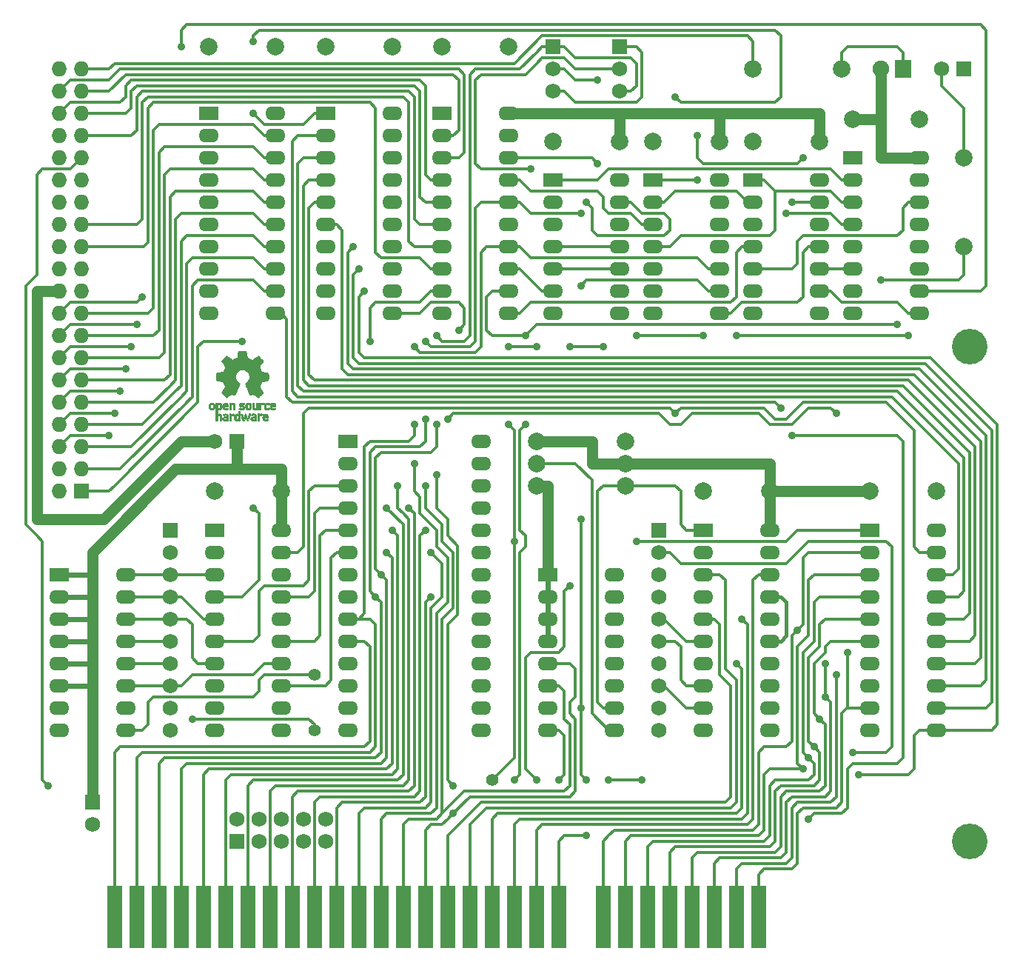
<source format=gtl>
G04 #@! TF.FileFunction,Copper,L1,Top,Signal*
%FSLAX46Y46*%
G04 Gerber Fmt 4.6, Leading zero omitted, Abs format (unit mm)*
G04 Created by KiCad (PCBNEW 4.0.4-stable) date Mon Aug 14 21:30:09 2017*
%MOMM*%
%LPD*%
G01*
G04 APERTURE LIST*
%ADD10C,0.150000*%
%ADD11C,0.010000*%
%ADD12R,2.300000X1.600000*%
%ADD13O,2.300000X1.600000*%
%ADD14C,4.064000*%
%ADD15R,1.778000X7.112000*%
%ADD16R,1.727200X1.727200*%
%ADD17C,1.727200*%
%ADD18R,1.900000X2.000000*%
%ADD19C,1.900000*%
%ADD20C,1.397000*%
%ADD21O,1.727200X1.727200*%
%ADD22C,1.998980*%
%ADD23C,0.889000*%
%ADD24C,0.304800*%
%ADD25C,1.270000*%
%ADD26C,0.406400*%
%ADD27C,0.609600*%
G04 APERTURE END LIST*
D10*
D11*
G36*
X100968360Y-78152468D02*
X101003592Y-78169874D01*
X101047040Y-78200206D01*
X101078706Y-78233283D01*
X101100394Y-78274817D01*
X101113903Y-78330522D01*
X101121038Y-78406111D01*
X101123600Y-78507296D01*
X101123750Y-78550797D01*
X101123312Y-78646135D01*
X101121496Y-78714271D01*
X101117545Y-78761418D01*
X101110702Y-78793790D01*
X101100211Y-78817600D01*
X101089296Y-78833843D01*
X101019619Y-78902952D01*
X100937566Y-78944521D01*
X100849050Y-78957023D01*
X100759981Y-78938934D01*
X100731763Y-78926142D01*
X100664210Y-78890931D01*
X100664210Y-79442700D01*
X100713512Y-79417205D01*
X100778473Y-79397480D01*
X100858320Y-79392427D01*
X100938052Y-79401756D01*
X100998265Y-79422714D01*
X101048208Y-79462627D01*
X101090881Y-79519741D01*
X101094090Y-79525605D01*
X101107622Y-79553227D01*
X101117505Y-79581068D01*
X101124309Y-79614794D01*
X101128601Y-79660071D01*
X101130951Y-79722562D01*
X101131928Y-79807935D01*
X101132105Y-79904010D01*
X101132105Y-80210526D01*
X100948289Y-80210526D01*
X100948289Y-79645339D01*
X100896875Y-79602077D01*
X100843466Y-79567472D01*
X100792888Y-79561180D01*
X100742030Y-79577372D01*
X100714925Y-79593227D01*
X100694751Y-79615810D01*
X100680403Y-79649940D01*
X100670776Y-79700434D01*
X100664763Y-79772111D01*
X100661260Y-79869788D01*
X100660026Y-79934802D01*
X100655855Y-80202171D01*
X100568125Y-80207222D01*
X100480394Y-80212273D01*
X100480394Y-78553101D01*
X100664210Y-78553101D01*
X100668896Y-78645600D01*
X100684688Y-78709809D01*
X100714183Y-78749759D01*
X100759980Y-78769480D01*
X100806250Y-78773421D01*
X100858628Y-78768892D01*
X100893390Y-78751069D01*
X100915128Y-78727519D01*
X100932240Y-78702189D01*
X100942427Y-78673969D01*
X100946960Y-78634431D01*
X100947109Y-78575142D01*
X100945584Y-78525498D01*
X100942081Y-78450710D01*
X100936867Y-78401611D01*
X100928087Y-78370467D01*
X100913886Y-78349545D01*
X100900484Y-78337452D01*
X100844487Y-78311081D01*
X100778211Y-78306822D01*
X100740156Y-78315906D01*
X100702477Y-78348196D01*
X100677519Y-78411006D01*
X100665422Y-78503894D01*
X100664210Y-78553101D01*
X100480394Y-78553101D01*
X100480394Y-78138421D01*
X100572302Y-78138421D01*
X100627483Y-78140603D01*
X100655952Y-78148351D01*
X100664206Y-78163468D01*
X100664210Y-78163916D01*
X100668040Y-78178720D01*
X100684933Y-78177039D01*
X100718519Y-78160772D01*
X100796778Y-78135887D01*
X100884827Y-78133271D01*
X100968360Y-78152468D01*
X100968360Y-78152468D01*
G37*
X100968360Y-78152468D02*
X101003592Y-78169874D01*
X101047040Y-78200206D01*
X101078706Y-78233283D01*
X101100394Y-78274817D01*
X101113903Y-78330522D01*
X101121038Y-78406111D01*
X101123600Y-78507296D01*
X101123750Y-78550797D01*
X101123312Y-78646135D01*
X101121496Y-78714271D01*
X101117545Y-78761418D01*
X101110702Y-78793790D01*
X101100211Y-78817600D01*
X101089296Y-78833843D01*
X101019619Y-78902952D01*
X100937566Y-78944521D01*
X100849050Y-78957023D01*
X100759981Y-78938934D01*
X100731763Y-78926142D01*
X100664210Y-78890931D01*
X100664210Y-79442700D01*
X100713512Y-79417205D01*
X100778473Y-79397480D01*
X100858320Y-79392427D01*
X100938052Y-79401756D01*
X100998265Y-79422714D01*
X101048208Y-79462627D01*
X101090881Y-79519741D01*
X101094090Y-79525605D01*
X101107622Y-79553227D01*
X101117505Y-79581068D01*
X101124309Y-79614794D01*
X101128601Y-79660071D01*
X101130951Y-79722562D01*
X101131928Y-79807935D01*
X101132105Y-79904010D01*
X101132105Y-80210526D01*
X100948289Y-80210526D01*
X100948289Y-79645339D01*
X100896875Y-79602077D01*
X100843466Y-79567472D01*
X100792888Y-79561180D01*
X100742030Y-79577372D01*
X100714925Y-79593227D01*
X100694751Y-79615810D01*
X100680403Y-79649940D01*
X100670776Y-79700434D01*
X100664763Y-79772111D01*
X100661260Y-79869788D01*
X100660026Y-79934802D01*
X100655855Y-80202171D01*
X100568125Y-80207222D01*
X100480394Y-80212273D01*
X100480394Y-78553101D01*
X100664210Y-78553101D01*
X100668896Y-78645600D01*
X100684688Y-78709809D01*
X100714183Y-78749759D01*
X100759980Y-78769480D01*
X100806250Y-78773421D01*
X100858628Y-78768892D01*
X100893390Y-78751069D01*
X100915128Y-78727519D01*
X100932240Y-78702189D01*
X100942427Y-78673969D01*
X100946960Y-78634431D01*
X100947109Y-78575142D01*
X100945584Y-78525498D01*
X100942081Y-78450710D01*
X100936867Y-78401611D01*
X100928087Y-78370467D01*
X100913886Y-78349545D01*
X100900484Y-78337452D01*
X100844487Y-78311081D01*
X100778211Y-78306822D01*
X100740156Y-78315906D01*
X100702477Y-78348196D01*
X100677519Y-78411006D01*
X100665422Y-78503894D01*
X100664210Y-78553101D01*
X100480394Y-78553101D01*
X100480394Y-78138421D01*
X100572302Y-78138421D01*
X100627483Y-78140603D01*
X100655952Y-78148351D01*
X100664206Y-78163468D01*
X100664210Y-78163916D01*
X100668040Y-78178720D01*
X100684933Y-78177039D01*
X100718519Y-78160772D01*
X100796778Y-78135887D01*
X100884827Y-78133271D01*
X100968360Y-78152468D01*
G36*
X101665457Y-79398184D02*
X101744070Y-79419160D01*
X101803916Y-79457180D01*
X101846147Y-79506978D01*
X101859275Y-79528230D01*
X101868968Y-79550492D01*
X101875744Y-79578970D01*
X101880123Y-79618871D01*
X101882624Y-79675401D01*
X101883768Y-79753767D01*
X101884072Y-79859176D01*
X101884078Y-79887142D01*
X101884078Y-80210526D01*
X101803868Y-80210526D01*
X101752706Y-80206943D01*
X101714877Y-80197866D01*
X101705399Y-80192268D01*
X101679488Y-80182606D01*
X101653024Y-80192268D01*
X101609452Y-80204330D01*
X101546160Y-80209185D01*
X101476010Y-80207078D01*
X101411860Y-80198256D01*
X101374407Y-80186937D01*
X101301933Y-80140412D01*
X101256640Y-80075846D01*
X101236278Y-79990000D01*
X101236088Y-79987796D01*
X101237875Y-79949713D01*
X101399473Y-79949713D01*
X101413601Y-79993030D01*
X101436612Y-80017408D01*
X101482804Y-80035845D01*
X101543775Y-80043205D01*
X101605949Y-80039583D01*
X101655751Y-80025074D01*
X101669703Y-80015765D01*
X101694085Y-79972753D01*
X101700263Y-79923857D01*
X101700263Y-79859605D01*
X101607818Y-79859605D01*
X101519995Y-79866366D01*
X101453418Y-79885520D01*
X101412002Y-79915376D01*
X101399473Y-79949713D01*
X101237875Y-79949713D01*
X101240490Y-79894004D01*
X101271424Y-79819847D01*
X101329581Y-79763767D01*
X101337620Y-79758665D01*
X101372163Y-79742055D01*
X101414918Y-79731996D01*
X101474686Y-79727107D01*
X101545690Y-79725983D01*
X101700263Y-79725921D01*
X101700263Y-79661125D01*
X101693706Y-79610850D01*
X101676975Y-79577169D01*
X101675016Y-79575376D01*
X101637783Y-79560642D01*
X101581580Y-79554931D01*
X101519467Y-79557737D01*
X101464510Y-79568556D01*
X101431899Y-79584782D01*
X101414228Y-79597780D01*
X101395569Y-79600262D01*
X101369819Y-79589613D01*
X101330873Y-79563218D01*
X101272630Y-79518465D01*
X101267284Y-79514273D01*
X101270023Y-79498760D01*
X101292876Y-79472960D01*
X101327609Y-79444289D01*
X101365990Y-79420166D01*
X101378048Y-79414470D01*
X101422034Y-79403103D01*
X101486487Y-79394995D01*
X101558497Y-79391743D01*
X101561864Y-79391736D01*
X101665457Y-79398184D01*
X101665457Y-79398184D01*
G37*
X101665457Y-79398184D02*
X101744070Y-79419160D01*
X101803916Y-79457180D01*
X101846147Y-79506978D01*
X101859275Y-79528230D01*
X101868968Y-79550492D01*
X101875744Y-79578970D01*
X101880123Y-79618871D01*
X101882624Y-79675401D01*
X101883768Y-79753767D01*
X101884072Y-79859176D01*
X101884078Y-79887142D01*
X101884078Y-80210526D01*
X101803868Y-80210526D01*
X101752706Y-80206943D01*
X101714877Y-80197866D01*
X101705399Y-80192268D01*
X101679488Y-80182606D01*
X101653024Y-80192268D01*
X101609452Y-80204330D01*
X101546160Y-80209185D01*
X101476010Y-80207078D01*
X101411860Y-80198256D01*
X101374407Y-80186937D01*
X101301933Y-80140412D01*
X101256640Y-80075846D01*
X101236278Y-79990000D01*
X101236088Y-79987796D01*
X101237875Y-79949713D01*
X101399473Y-79949713D01*
X101413601Y-79993030D01*
X101436612Y-80017408D01*
X101482804Y-80035845D01*
X101543775Y-80043205D01*
X101605949Y-80039583D01*
X101655751Y-80025074D01*
X101669703Y-80015765D01*
X101694085Y-79972753D01*
X101700263Y-79923857D01*
X101700263Y-79859605D01*
X101607818Y-79859605D01*
X101519995Y-79866366D01*
X101453418Y-79885520D01*
X101412002Y-79915376D01*
X101399473Y-79949713D01*
X101237875Y-79949713D01*
X101240490Y-79894004D01*
X101271424Y-79819847D01*
X101329581Y-79763767D01*
X101337620Y-79758665D01*
X101372163Y-79742055D01*
X101414918Y-79731996D01*
X101474686Y-79727107D01*
X101545690Y-79725983D01*
X101700263Y-79725921D01*
X101700263Y-79661125D01*
X101693706Y-79610850D01*
X101676975Y-79577169D01*
X101675016Y-79575376D01*
X101637783Y-79560642D01*
X101581580Y-79554931D01*
X101519467Y-79557737D01*
X101464510Y-79568556D01*
X101431899Y-79584782D01*
X101414228Y-79597780D01*
X101395569Y-79600262D01*
X101369819Y-79589613D01*
X101330873Y-79563218D01*
X101272630Y-79518465D01*
X101267284Y-79514273D01*
X101270023Y-79498760D01*
X101292876Y-79472960D01*
X101327609Y-79444289D01*
X101365990Y-79420166D01*
X101378048Y-79414470D01*
X101422034Y-79403103D01*
X101486487Y-79394995D01*
X101558497Y-79391743D01*
X101561864Y-79391736D01*
X101665457Y-79398184D01*
G36*
X102184881Y-79393486D02*
X102209888Y-79400982D01*
X102217950Y-79417451D01*
X102218289Y-79424886D01*
X102219736Y-79445594D01*
X102229698Y-79448845D01*
X102256612Y-79434648D01*
X102272598Y-79424948D01*
X102323033Y-79404175D01*
X102383272Y-79393904D01*
X102446434Y-79393114D01*
X102505637Y-79400786D01*
X102554002Y-79415898D01*
X102584646Y-79437432D01*
X102590689Y-79464366D01*
X102587639Y-79471660D01*
X102565406Y-79501937D01*
X102530930Y-79539175D01*
X102524694Y-79545195D01*
X102491833Y-79572875D01*
X102463480Y-79581818D01*
X102423827Y-79575576D01*
X102407942Y-79571429D01*
X102358509Y-79561467D01*
X102323752Y-79565947D01*
X102294400Y-79581746D01*
X102267513Y-79602949D01*
X102247710Y-79629614D01*
X102233948Y-79666827D01*
X102225184Y-79719673D01*
X102220374Y-79793237D01*
X102218474Y-79892605D01*
X102218289Y-79952601D01*
X102218289Y-80210526D01*
X102051184Y-80210526D01*
X102051184Y-79391710D01*
X102134736Y-79391710D01*
X102184881Y-79393486D01*
X102184881Y-79393486D01*
G37*
X102184881Y-79393486D02*
X102209888Y-79400982D01*
X102217950Y-79417451D01*
X102218289Y-79424886D01*
X102219736Y-79445594D01*
X102229698Y-79448845D01*
X102256612Y-79434648D01*
X102272598Y-79424948D01*
X102323033Y-79404175D01*
X102383272Y-79393904D01*
X102446434Y-79393114D01*
X102505637Y-79400786D01*
X102554002Y-79415898D01*
X102584646Y-79437432D01*
X102590689Y-79464366D01*
X102587639Y-79471660D01*
X102565406Y-79501937D01*
X102530930Y-79539175D01*
X102524694Y-79545195D01*
X102491833Y-79572875D01*
X102463480Y-79581818D01*
X102423827Y-79575576D01*
X102407942Y-79571429D01*
X102358509Y-79561467D01*
X102323752Y-79565947D01*
X102294400Y-79581746D01*
X102267513Y-79602949D01*
X102247710Y-79629614D01*
X102233948Y-79666827D01*
X102225184Y-79719673D01*
X102220374Y-79793237D01*
X102218474Y-79892605D01*
X102218289Y-79952601D01*
X102218289Y-80210526D01*
X102051184Y-80210526D01*
X102051184Y-79391710D01*
X102134736Y-79391710D01*
X102184881Y-79393486D01*
G36*
X103237631Y-80210526D02*
X103145723Y-80210526D01*
X103092377Y-80208962D01*
X103064593Y-80202485D01*
X103054590Y-80188418D01*
X103053815Y-80178906D01*
X103052128Y-80159832D01*
X103041490Y-80156174D01*
X103013535Y-80167932D01*
X102991795Y-80178906D01*
X102908332Y-80204911D01*
X102817604Y-80206416D01*
X102743842Y-80187021D01*
X102675154Y-80140165D01*
X102622794Y-80071004D01*
X102594122Y-79989427D01*
X102593392Y-79984866D01*
X102589132Y-79935101D01*
X102587014Y-79863659D01*
X102587184Y-79809626D01*
X102769720Y-79809626D01*
X102773949Y-79881441D01*
X102783568Y-79940634D01*
X102796590Y-79974060D01*
X102845856Y-80019740D01*
X102904350Y-80036115D01*
X102964671Y-80022873D01*
X103016217Y-79983373D01*
X103035738Y-79956807D01*
X103047152Y-79925106D01*
X103052498Y-79878832D01*
X103053815Y-79809328D01*
X103051458Y-79740499D01*
X103045233Y-79680026D01*
X103036408Y-79639556D01*
X103034937Y-79635929D01*
X102999347Y-79592802D01*
X102947400Y-79569124D01*
X102889278Y-79565301D01*
X102835160Y-79581738D01*
X102795226Y-79618840D01*
X102791083Y-79626222D01*
X102778116Y-79671239D01*
X102771052Y-79735967D01*
X102769720Y-79809626D01*
X102587184Y-79809626D01*
X102587271Y-79782230D01*
X102588472Y-79738405D01*
X102596645Y-79629988D01*
X102613630Y-79548588D01*
X102641887Y-79488412D01*
X102683872Y-79443666D01*
X102724632Y-79417400D01*
X102781581Y-79398935D01*
X102852411Y-79392602D01*
X102924941Y-79397760D01*
X102986986Y-79413769D01*
X103019768Y-79432920D01*
X103053815Y-79463732D01*
X103053815Y-79074210D01*
X103237631Y-79074210D01*
X103237631Y-80210526D01*
X103237631Y-80210526D01*
G37*
X103237631Y-80210526D02*
X103145723Y-80210526D01*
X103092377Y-80208962D01*
X103064593Y-80202485D01*
X103054590Y-80188418D01*
X103053815Y-80178906D01*
X103052128Y-80159832D01*
X103041490Y-80156174D01*
X103013535Y-80167932D01*
X102991795Y-80178906D01*
X102908332Y-80204911D01*
X102817604Y-80206416D01*
X102743842Y-80187021D01*
X102675154Y-80140165D01*
X102622794Y-80071004D01*
X102594122Y-79989427D01*
X102593392Y-79984866D01*
X102589132Y-79935101D01*
X102587014Y-79863659D01*
X102587184Y-79809626D01*
X102769720Y-79809626D01*
X102773949Y-79881441D01*
X102783568Y-79940634D01*
X102796590Y-79974060D01*
X102845856Y-80019740D01*
X102904350Y-80036115D01*
X102964671Y-80022873D01*
X103016217Y-79983373D01*
X103035738Y-79956807D01*
X103047152Y-79925106D01*
X103052498Y-79878832D01*
X103053815Y-79809328D01*
X103051458Y-79740499D01*
X103045233Y-79680026D01*
X103036408Y-79639556D01*
X103034937Y-79635929D01*
X102999347Y-79592802D01*
X102947400Y-79569124D01*
X102889278Y-79565301D01*
X102835160Y-79581738D01*
X102795226Y-79618840D01*
X102791083Y-79626222D01*
X102778116Y-79671239D01*
X102771052Y-79735967D01*
X102769720Y-79809626D01*
X102587184Y-79809626D01*
X102587271Y-79782230D01*
X102588472Y-79738405D01*
X102596645Y-79629988D01*
X102613630Y-79548588D01*
X102641887Y-79488412D01*
X102683872Y-79443666D01*
X102724632Y-79417400D01*
X102781581Y-79398935D01*
X102852411Y-79392602D01*
X102924941Y-79397760D01*
X102986986Y-79413769D01*
X103019768Y-79432920D01*
X103053815Y-79463732D01*
X103053815Y-79074210D01*
X103237631Y-79074210D01*
X103237631Y-80210526D01*
G36*
X103879130Y-79395104D02*
X103945220Y-79400066D01*
X104031626Y-79659079D01*
X104118031Y-79918092D01*
X104145124Y-79826184D01*
X104161428Y-79769384D01*
X104182875Y-79692625D01*
X104206035Y-79608251D01*
X104218280Y-79562993D01*
X104264344Y-79391710D01*
X104454387Y-79391710D01*
X104397582Y-79571349D01*
X104369607Y-79659704D01*
X104335813Y-79766281D01*
X104300520Y-79877454D01*
X104269013Y-79976579D01*
X104197250Y-80202171D01*
X104042286Y-80212253D01*
X104000270Y-80073528D01*
X103974359Y-79987351D01*
X103946083Y-79892347D01*
X103921369Y-79808441D01*
X103920394Y-79805102D01*
X103901935Y-79748248D01*
X103885649Y-79709456D01*
X103874242Y-79694787D01*
X103871898Y-79696483D01*
X103863671Y-79719225D01*
X103848038Y-79767940D01*
X103826904Y-79836502D01*
X103802170Y-79918785D01*
X103788787Y-79964046D01*
X103716311Y-80210526D01*
X103562495Y-80210526D01*
X103439531Y-79822006D01*
X103404988Y-79713022D01*
X103373521Y-79614048D01*
X103346616Y-79529736D01*
X103325759Y-79464734D01*
X103312438Y-79423692D01*
X103308388Y-79411701D01*
X103311594Y-79399423D01*
X103336765Y-79394046D01*
X103389146Y-79394584D01*
X103397345Y-79394990D01*
X103494482Y-79400066D01*
X103558100Y-79634013D01*
X103581484Y-79719333D01*
X103602381Y-79794335D01*
X103618951Y-79852507D01*
X103629354Y-79887337D01*
X103631276Y-79893016D01*
X103639241Y-79886486D01*
X103655304Y-79852654D01*
X103677621Y-79796127D01*
X103704345Y-79721510D01*
X103726937Y-79654107D01*
X103813041Y-79390143D01*
X103879130Y-79395104D01*
X103879130Y-79395104D01*
G37*
X103879130Y-79395104D02*
X103945220Y-79400066D01*
X104031626Y-79659079D01*
X104118031Y-79918092D01*
X104145124Y-79826184D01*
X104161428Y-79769384D01*
X104182875Y-79692625D01*
X104206035Y-79608251D01*
X104218280Y-79562993D01*
X104264344Y-79391710D01*
X104454387Y-79391710D01*
X104397582Y-79571349D01*
X104369607Y-79659704D01*
X104335813Y-79766281D01*
X104300520Y-79877454D01*
X104269013Y-79976579D01*
X104197250Y-80202171D01*
X104042286Y-80212253D01*
X104000270Y-80073528D01*
X103974359Y-79987351D01*
X103946083Y-79892347D01*
X103921369Y-79808441D01*
X103920394Y-79805102D01*
X103901935Y-79748248D01*
X103885649Y-79709456D01*
X103874242Y-79694787D01*
X103871898Y-79696483D01*
X103863671Y-79719225D01*
X103848038Y-79767940D01*
X103826904Y-79836502D01*
X103802170Y-79918785D01*
X103788787Y-79964046D01*
X103716311Y-80210526D01*
X103562495Y-80210526D01*
X103439531Y-79822006D01*
X103404988Y-79713022D01*
X103373521Y-79614048D01*
X103346616Y-79529736D01*
X103325759Y-79464734D01*
X103312438Y-79423692D01*
X103308388Y-79411701D01*
X103311594Y-79399423D01*
X103336765Y-79394046D01*
X103389146Y-79394584D01*
X103397345Y-79394990D01*
X103494482Y-79400066D01*
X103558100Y-79634013D01*
X103581484Y-79719333D01*
X103602381Y-79794335D01*
X103618951Y-79852507D01*
X103629354Y-79887337D01*
X103631276Y-79893016D01*
X103639241Y-79886486D01*
X103655304Y-79852654D01*
X103677621Y-79796127D01*
X103704345Y-79721510D01*
X103726937Y-79654107D01*
X103813041Y-79390143D01*
X103879130Y-79395104D01*
G36*
X104884992Y-79396673D02*
X104955427Y-79413780D01*
X104975787Y-79422844D01*
X105015253Y-79446583D01*
X105045541Y-79473321D01*
X105067952Y-79507699D01*
X105083786Y-79554360D01*
X105094343Y-79617946D01*
X105100924Y-79703099D01*
X105104828Y-79814462D01*
X105106310Y-79888849D01*
X105111765Y-80210526D01*
X105018580Y-80210526D01*
X104962047Y-80208156D01*
X104932922Y-80200055D01*
X104925394Y-80186451D01*
X104921420Y-80171741D01*
X104903652Y-80174554D01*
X104879440Y-80186348D01*
X104818828Y-80204427D01*
X104740929Y-80209299D01*
X104658995Y-80201330D01*
X104586281Y-80180889D01*
X104579759Y-80178051D01*
X104513302Y-80131365D01*
X104469491Y-80066464D01*
X104449332Y-79990600D01*
X104450872Y-79963344D01*
X104615345Y-79963344D01*
X104629837Y-80000024D01*
X104672805Y-80026309D01*
X104742129Y-80040417D01*
X104779177Y-80042290D01*
X104840919Y-80037494D01*
X104881960Y-80018858D01*
X104891973Y-80010000D01*
X104919100Y-79961806D01*
X104925394Y-79918092D01*
X104925394Y-79859605D01*
X104843930Y-79859605D01*
X104749234Y-79864432D01*
X104682813Y-79879613D01*
X104640846Y-79906200D01*
X104631449Y-79918052D01*
X104615345Y-79963344D01*
X104450872Y-79963344D01*
X104453829Y-79911026D01*
X104483985Y-79834995D01*
X104525131Y-79783612D01*
X104550052Y-79761397D01*
X104574448Y-79746798D01*
X104606191Y-79737897D01*
X104653152Y-79732775D01*
X104723204Y-79729515D01*
X104750990Y-79728577D01*
X104925394Y-79722879D01*
X104925138Y-79670091D01*
X104918384Y-79614603D01*
X104893964Y-79581052D01*
X104844630Y-79559618D01*
X104843306Y-79559236D01*
X104773360Y-79550808D01*
X104704914Y-79561816D01*
X104654047Y-79588585D01*
X104633637Y-79601803D01*
X104611654Y-79599974D01*
X104577826Y-79580824D01*
X104557961Y-79567308D01*
X104519106Y-79538432D01*
X104495038Y-79516786D01*
X104491176Y-79510589D01*
X104507079Y-79478519D01*
X104554065Y-79440219D01*
X104574473Y-79427297D01*
X104633143Y-79405041D01*
X104712212Y-79392432D01*
X104800041Y-79389600D01*
X104884992Y-79396673D01*
X104884992Y-79396673D01*
G37*
X104884992Y-79396673D02*
X104955427Y-79413780D01*
X104975787Y-79422844D01*
X105015253Y-79446583D01*
X105045541Y-79473321D01*
X105067952Y-79507699D01*
X105083786Y-79554360D01*
X105094343Y-79617946D01*
X105100924Y-79703099D01*
X105104828Y-79814462D01*
X105106310Y-79888849D01*
X105111765Y-80210526D01*
X105018580Y-80210526D01*
X104962047Y-80208156D01*
X104932922Y-80200055D01*
X104925394Y-80186451D01*
X104921420Y-80171741D01*
X104903652Y-80174554D01*
X104879440Y-80186348D01*
X104818828Y-80204427D01*
X104740929Y-80209299D01*
X104658995Y-80201330D01*
X104586281Y-80180889D01*
X104579759Y-80178051D01*
X104513302Y-80131365D01*
X104469491Y-80066464D01*
X104449332Y-79990600D01*
X104450872Y-79963344D01*
X104615345Y-79963344D01*
X104629837Y-80000024D01*
X104672805Y-80026309D01*
X104742129Y-80040417D01*
X104779177Y-80042290D01*
X104840919Y-80037494D01*
X104881960Y-80018858D01*
X104891973Y-80010000D01*
X104919100Y-79961806D01*
X104925394Y-79918092D01*
X104925394Y-79859605D01*
X104843930Y-79859605D01*
X104749234Y-79864432D01*
X104682813Y-79879613D01*
X104640846Y-79906200D01*
X104631449Y-79918052D01*
X104615345Y-79963344D01*
X104450872Y-79963344D01*
X104453829Y-79911026D01*
X104483985Y-79834995D01*
X104525131Y-79783612D01*
X104550052Y-79761397D01*
X104574448Y-79746798D01*
X104606191Y-79737897D01*
X104653152Y-79732775D01*
X104723204Y-79729515D01*
X104750990Y-79728577D01*
X104925394Y-79722879D01*
X104925138Y-79670091D01*
X104918384Y-79614603D01*
X104893964Y-79581052D01*
X104844630Y-79559618D01*
X104843306Y-79559236D01*
X104773360Y-79550808D01*
X104704914Y-79561816D01*
X104654047Y-79588585D01*
X104633637Y-79601803D01*
X104611654Y-79599974D01*
X104577826Y-79580824D01*
X104557961Y-79567308D01*
X104519106Y-79538432D01*
X104495038Y-79516786D01*
X104491176Y-79510589D01*
X104507079Y-79478519D01*
X104554065Y-79440219D01*
X104574473Y-79427297D01*
X104633143Y-79405041D01*
X104712212Y-79392432D01*
X104800041Y-79389600D01*
X104884992Y-79396673D01*
G36*
X105678167Y-79391447D02*
X105742408Y-79404112D01*
X105778980Y-79422864D01*
X105817453Y-79454017D01*
X105762717Y-79523127D01*
X105728969Y-79564979D01*
X105706053Y-79585398D01*
X105683279Y-79588517D01*
X105649956Y-79578472D01*
X105634314Y-79572789D01*
X105570542Y-79564404D01*
X105512140Y-79582378D01*
X105469264Y-79622982D01*
X105462299Y-79635929D01*
X105454713Y-79670224D01*
X105448859Y-79733427D01*
X105445011Y-79821060D01*
X105443443Y-79928640D01*
X105443421Y-79943944D01*
X105443421Y-80210526D01*
X105259605Y-80210526D01*
X105259605Y-79391710D01*
X105351513Y-79391710D01*
X105404507Y-79393094D01*
X105432115Y-79399252D01*
X105442324Y-79413194D01*
X105443421Y-79426344D01*
X105443421Y-79460978D01*
X105487450Y-79426344D01*
X105537937Y-79402716D01*
X105605760Y-79391033D01*
X105678167Y-79391447D01*
X105678167Y-79391447D01*
G37*
X105678167Y-79391447D02*
X105742408Y-79404112D01*
X105778980Y-79422864D01*
X105817453Y-79454017D01*
X105762717Y-79523127D01*
X105728969Y-79564979D01*
X105706053Y-79585398D01*
X105683279Y-79588517D01*
X105649956Y-79578472D01*
X105634314Y-79572789D01*
X105570542Y-79564404D01*
X105512140Y-79582378D01*
X105469264Y-79622982D01*
X105462299Y-79635929D01*
X105454713Y-79670224D01*
X105448859Y-79733427D01*
X105445011Y-79821060D01*
X105443443Y-79928640D01*
X105443421Y-79943944D01*
X105443421Y-80210526D01*
X105259605Y-80210526D01*
X105259605Y-79391710D01*
X105351513Y-79391710D01*
X105404507Y-79393094D01*
X105432115Y-79399252D01*
X105442324Y-79413194D01*
X105443421Y-79426344D01*
X105443421Y-79460978D01*
X105487450Y-79426344D01*
X105537937Y-79402716D01*
X105605760Y-79391033D01*
X105678167Y-79391447D01*
G36*
X106206193Y-79396078D02*
X106286068Y-79416845D01*
X106352962Y-79459705D01*
X106385351Y-79491723D01*
X106438445Y-79567413D01*
X106468873Y-79655216D01*
X106479327Y-79763150D01*
X106479380Y-79771875D01*
X106479473Y-79859605D01*
X105974534Y-79859605D01*
X105985298Y-79905559D01*
X106004732Y-79947178D01*
X106038745Y-79990544D01*
X106045860Y-79997467D01*
X106107003Y-80034935D01*
X106176729Y-80041289D01*
X106256987Y-80016638D01*
X106270592Y-80010000D01*
X106312319Y-79989819D01*
X106340268Y-79978321D01*
X106345145Y-79977258D01*
X106362168Y-79987583D01*
X106394633Y-80012845D01*
X106411114Y-80026650D01*
X106445264Y-80058361D01*
X106456478Y-80079299D01*
X106448695Y-80098560D01*
X106444535Y-80103827D01*
X106416357Y-80126878D01*
X106369862Y-80154892D01*
X106337434Y-80171246D01*
X106245385Y-80200059D01*
X106143476Y-80209395D01*
X106046963Y-80198332D01*
X106019934Y-80190412D01*
X105936276Y-80145581D01*
X105874266Y-80076598D01*
X105833545Y-79982794D01*
X105813755Y-79863498D01*
X105811582Y-79801118D01*
X105817926Y-79710298D01*
X105978157Y-79710298D01*
X105993655Y-79717012D01*
X106035312Y-79722280D01*
X106095876Y-79725389D01*
X106136907Y-79725921D01*
X106210711Y-79725408D01*
X106257293Y-79723006D01*
X106282848Y-79717422D01*
X106293569Y-79707361D01*
X106295657Y-79692763D01*
X106281331Y-79647796D01*
X106245262Y-79603353D01*
X106197815Y-79569242D01*
X106150349Y-79555288D01*
X106085879Y-79567666D01*
X106030070Y-79603452D01*
X105991374Y-79655033D01*
X105978157Y-79710298D01*
X105817926Y-79710298D01*
X105820821Y-79668866D01*
X105849336Y-79563498D01*
X105897729Y-79484178D01*
X105966604Y-79430071D01*
X106056565Y-79400343D01*
X106105300Y-79394618D01*
X106206193Y-79396078D01*
X106206193Y-79396078D01*
G37*
X106206193Y-79396078D02*
X106286068Y-79416845D01*
X106352962Y-79459705D01*
X106385351Y-79491723D01*
X106438445Y-79567413D01*
X106468873Y-79655216D01*
X106479327Y-79763150D01*
X106479380Y-79771875D01*
X106479473Y-79859605D01*
X105974534Y-79859605D01*
X105985298Y-79905559D01*
X106004732Y-79947178D01*
X106038745Y-79990544D01*
X106045860Y-79997467D01*
X106107003Y-80034935D01*
X106176729Y-80041289D01*
X106256987Y-80016638D01*
X106270592Y-80010000D01*
X106312319Y-79989819D01*
X106340268Y-79978321D01*
X106345145Y-79977258D01*
X106362168Y-79987583D01*
X106394633Y-80012845D01*
X106411114Y-80026650D01*
X106445264Y-80058361D01*
X106456478Y-80079299D01*
X106448695Y-80098560D01*
X106444535Y-80103827D01*
X106416357Y-80126878D01*
X106369862Y-80154892D01*
X106337434Y-80171246D01*
X106245385Y-80200059D01*
X106143476Y-80209395D01*
X106046963Y-80198332D01*
X106019934Y-80190412D01*
X105936276Y-80145581D01*
X105874266Y-80076598D01*
X105833545Y-79982794D01*
X105813755Y-79863498D01*
X105811582Y-79801118D01*
X105817926Y-79710298D01*
X105978157Y-79710298D01*
X105993655Y-79717012D01*
X106035312Y-79722280D01*
X106095876Y-79725389D01*
X106136907Y-79725921D01*
X106210711Y-79725408D01*
X106257293Y-79723006D01*
X106282848Y-79717422D01*
X106293569Y-79707361D01*
X106295657Y-79692763D01*
X106281331Y-79647796D01*
X106245262Y-79603353D01*
X106197815Y-79569242D01*
X106150349Y-79555288D01*
X106085879Y-79567666D01*
X106030070Y-79603452D01*
X105991374Y-79655033D01*
X105978157Y-79710298D01*
X105817926Y-79710298D01*
X105820821Y-79668866D01*
X105849336Y-79563498D01*
X105897729Y-79484178D01*
X105966604Y-79430071D01*
X106056565Y-79400343D01*
X106105300Y-79394618D01*
X106206193Y-79396078D01*
G36*
X100131784Y-78147104D02*
X100219205Y-78185754D01*
X100285570Y-78250290D01*
X100330976Y-78340812D01*
X100355518Y-78457418D01*
X100357277Y-78475624D01*
X100358656Y-78603984D01*
X100340784Y-78716496D01*
X100304750Y-78807688D01*
X100285455Y-78837022D01*
X100218245Y-78899106D01*
X100132650Y-78939316D01*
X100036890Y-78956003D01*
X99939187Y-78947517D01*
X99864917Y-78921380D01*
X99801047Y-78877335D01*
X99748846Y-78819587D01*
X99747943Y-78818236D01*
X99726744Y-78782593D01*
X99712967Y-78746752D01*
X99704624Y-78701519D01*
X99699727Y-78637701D01*
X99697569Y-78585368D01*
X99696671Y-78537910D01*
X99863743Y-78537910D01*
X99865376Y-78585154D01*
X99871304Y-78648046D01*
X99881761Y-78688407D01*
X99900619Y-78717122D01*
X99918281Y-78733896D01*
X99980894Y-78769016D01*
X100046408Y-78773710D01*
X100107421Y-78748440D01*
X100137928Y-78720124D01*
X100159911Y-78691589D01*
X100172769Y-78664284D01*
X100178412Y-78628750D01*
X100178751Y-78575524D01*
X100177012Y-78526506D01*
X100173271Y-78456482D01*
X100167341Y-78411064D01*
X100156653Y-78381440D01*
X100138639Y-78358797D01*
X100124363Y-78345855D01*
X100064651Y-78311860D01*
X100000234Y-78310165D01*
X99946219Y-78330301D01*
X99900140Y-78372352D01*
X99872689Y-78441428D01*
X99863743Y-78537910D01*
X99696671Y-78537910D01*
X99695599Y-78481299D01*
X99698964Y-78403468D01*
X99709045Y-78344930D01*
X99727226Y-78298737D01*
X99754890Y-78257942D01*
X99765146Y-78245828D01*
X99829278Y-78185474D01*
X99898066Y-78150220D01*
X99982189Y-78135450D01*
X100023209Y-78134243D01*
X100131784Y-78147104D01*
X100131784Y-78147104D01*
G37*
X100131784Y-78147104D02*
X100219205Y-78185754D01*
X100285570Y-78250290D01*
X100330976Y-78340812D01*
X100355518Y-78457418D01*
X100357277Y-78475624D01*
X100358656Y-78603984D01*
X100340784Y-78716496D01*
X100304750Y-78807688D01*
X100285455Y-78837022D01*
X100218245Y-78899106D01*
X100132650Y-78939316D01*
X100036890Y-78956003D01*
X99939187Y-78947517D01*
X99864917Y-78921380D01*
X99801047Y-78877335D01*
X99748846Y-78819587D01*
X99747943Y-78818236D01*
X99726744Y-78782593D01*
X99712967Y-78746752D01*
X99704624Y-78701519D01*
X99699727Y-78637701D01*
X99697569Y-78585368D01*
X99696671Y-78537910D01*
X99863743Y-78537910D01*
X99865376Y-78585154D01*
X99871304Y-78648046D01*
X99881761Y-78688407D01*
X99900619Y-78717122D01*
X99918281Y-78733896D01*
X99980894Y-78769016D01*
X100046408Y-78773710D01*
X100107421Y-78748440D01*
X100137928Y-78720124D01*
X100159911Y-78691589D01*
X100172769Y-78664284D01*
X100178412Y-78628750D01*
X100178751Y-78575524D01*
X100177012Y-78526506D01*
X100173271Y-78456482D01*
X100167341Y-78411064D01*
X100156653Y-78381440D01*
X100138639Y-78358797D01*
X100124363Y-78345855D01*
X100064651Y-78311860D01*
X100000234Y-78310165D01*
X99946219Y-78330301D01*
X99900140Y-78372352D01*
X99872689Y-78441428D01*
X99863743Y-78537910D01*
X99696671Y-78537910D01*
X99695599Y-78481299D01*
X99698964Y-78403468D01*
X99709045Y-78344930D01*
X99727226Y-78298737D01*
X99754890Y-78257942D01*
X99765146Y-78245828D01*
X99829278Y-78185474D01*
X99898066Y-78150220D01*
X99982189Y-78135450D01*
X100023209Y-78134243D01*
X100131784Y-78147104D01*
G36*
X101702018Y-78157027D02*
X101718670Y-78164866D01*
X101776305Y-78207086D01*
X101830805Y-78268700D01*
X101871499Y-78336543D01*
X101883074Y-78367734D01*
X101893634Y-78423449D01*
X101899931Y-78490781D01*
X101900696Y-78518585D01*
X101900789Y-78606316D01*
X101395850Y-78606316D01*
X101406613Y-78652270D01*
X101433033Y-78706620D01*
X101479222Y-78753591D01*
X101534172Y-78783848D01*
X101569189Y-78790131D01*
X101616677Y-78782506D01*
X101673335Y-78763383D01*
X101692582Y-78754584D01*
X101763759Y-78719036D01*
X101824502Y-78765367D01*
X101859552Y-78796703D01*
X101878202Y-78822567D01*
X101879147Y-78830158D01*
X101862485Y-78848556D01*
X101825970Y-78876515D01*
X101792828Y-78898327D01*
X101703393Y-78937537D01*
X101603129Y-78955285D01*
X101503754Y-78950670D01*
X101424539Y-78926551D01*
X101342880Y-78874884D01*
X101284849Y-78806856D01*
X101248546Y-78718843D01*
X101232072Y-78607216D01*
X101230611Y-78556138D01*
X101236457Y-78439091D01*
X101237175Y-78435686D01*
X101404489Y-78435686D01*
X101409097Y-78446662D01*
X101428036Y-78452715D01*
X101467098Y-78455310D01*
X101532077Y-78455910D01*
X101557097Y-78455921D01*
X101633221Y-78455014D01*
X101681496Y-78451720D01*
X101707460Y-78445181D01*
X101716648Y-78434537D01*
X101716973Y-78431119D01*
X101706487Y-78403956D01*
X101680242Y-78365903D01*
X101668959Y-78352579D01*
X101627072Y-78314896D01*
X101583409Y-78300080D01*
X101559885Y-78298842D01*
X101496243Y-78314329D01*
X101442873Y-78355930D01*
X101409019Y-78416353D01*
X101408419Y-78418322D01*
X101404489Y-78435686D01*
X101237175Y-78435686D01*
X101255899Y-78346928D01*
X101290922Y-78273190D01*
X101333756Y-78220848D01*
X101412948Y-78164092D01*
X101506040Y-78133762D01*
X101605055Y-78131021D01*
X101702018Y-78157027D01*
X101702018Y-78157027D01*
G37*
X101702018Y-78157027D02*
X101718670Y-78164866D01*
X101776305Y-78207086D01*
X101830805Y-78268700D01*
X101871499Y-78336543D01*
X101883074Y-78367734D01*
X101893634Y-78423449D01*
X101899931Y-78490781D01*
X101900696Y-78518585D01*
X101900789Y-78606316D01*
X101395850Y-78606316D01*
X101406613Y-78652270D01*
X101433033Y-78706620D01*
X101479222Y-78753591D01*
X101534172Y-78783848D01*
X101569189Y-78790131D01*
X101616677Y-78782506D01*
X101673335Y-78763383D01*
X101692582Y-78754584D01*
X101763759Y-78719036D01*
X101824502Y-78765367D01*
X101859552Y-78796703D01*
X101878202Y-78822567D01*
X101879147Y-78830158D01*
X101862485Y-78848556D01*
X101825970Y-78876515D01*
X101792828Y-78898327D01*
X101703393Y-78937537D01*
X101603129Y-78955285D01*
X101503754Y-78950670D01*
X101424539Y-78926551D01*
X101342880Y-78874884D01*
X101284849Y-78806856D01*
X101248546Y-78718843D01*
X101232072Y-78607216D01*
X101230611Y-78556138D01*
X101236457Y-78439091D01*
X101237175Y-78435686D01*
X101404489Y-78435686D01*
X101409097Y-78446662D01*
X101428036Y-78452715D01*
X101467098Y-78455310D01*
X101532077Y-78455910D01*
X101557097Y-78455921D01*
X101633221Y-78455014D01*
X101681496Y-78451720D01*
X101707460Y-78445181D01*
X101716648Y-78434537D01*
X101716973Y-78431119D01*
X101706487Y-78403956D01*
X101680242Y-78365903D01*
X101668959Y-78352579D01*
X101627072Y-78314896D01*
X101583409Y-78300080D01*
X101559885Y-78298842D01*
X101496243Y-78314329D01*
X101442873Y-78355930D01*
X101409019Y-78416353D01*
X101408419Y-78418322D01*
X101404489Y-78435686D01*
X101237175Y-78435686D01*
X101255899Y-78346928D01*
X101290922Y-78273190D01*
X101333756Y-78220848D01*
X101412948Y-78164092D01*
X101506040Y-78133762D01*
X101605055Y-78131021D01*
X101702018Y-78157027D01*
G36*
X103523628Y-78135547D02*
X103586908Y-78147548D01*
X103652557Y-78172648D01*
X103659572Y-78175848D01*
X103709356Y-78202026D01*
X103743834Y-78226353D01*
X103754978Y-78241937D01*
X103744366Y-78267353D01*
X103718588Y-78304853D01*
X103707146Y-78318852D01*
X103659992Y-78373954D01*
X103599201Y-78338086D01*
X103541347Y-78314192D01*
X103474500Y-78301420D01*
X103410394Y-78300613D01*
X103360764Y-78312615D01*
X103348854Y-78320105D01*
X103326172Y-78354450D01*
X103323416Y-78394013D01*
X103340388Y-78424920D01*
X103350427Y-78430913D01*
X103380510Y-78438357D01*
X103433389Y-78447106D01*
X103498575Y-78455467D01*
X103510600Y-78456778D01*
X103615297Y-78474888D01*
X103691232Y-78505651D01*
X103741592Y-78551907D01*
X103769564Y-78616497D01*
X103778278Y-78695387D01*
X103766240Y-78785065D01*
X103727151Y-78855486D01*
X103660855Y-78906777D01*
X103567194Y-78939067D01*
X103463223Y-78951807D01*
X103378438Y-78951654D01*
X103309665Y-78940083D01*
X103262697Y-78924109D01*
X103203350Y-78896275D01*
X103148506Y-78863973D01*
X103129013Y-78849755D01*
X103078881Y-78808835D01*
X103199803Y-78686477D01*
X103268543Y-78731967D01*
X103337488Y-78766133D01*
X103411111Y-78784004D01*
X103481883Y-78785889D01*
X103542274Y-78772101D01*
X103584757Y-78742949D01*
X103598474Y-78718352D01*
X103596417Y-78678904D01*
X103562330Y-78648737D01*
X103496308Y-78627906D01*
X103423974Y-78618279D01*
X103312652Y-78599910D01*
X103229952Y-78565254D01*
X103174765Y-78513297D01*
X103145988Y-78443023D01*
X103142001Y-78359707D01*
X103161693Y-78272681D01*
X103206589Y-78206902D01*
X103277091Y-78162068D01*
X103373601Y-78137879D01*
X103445100Y-78133137D01*
X103523628Y-78135547D01*
X103523628Y-78135547D01*
G37*
X103523628Y-78135547D02*
X103586908Y-78147548D01*
X103652557Y-78172648D01*
X103659572Y-78175848D01*
X103709356Y-78202026D01*
X103743834Y-78226353D01*
X103754978Y-78241937D01*
X103744366Y-78267353D01*
X103718588Y-78304853D01*
X103707146Y-78318852D01*
X103659992Y-78373954D01*
X103599201Y-78338086D01*
X103541347Y-78314192D01*
X103474500Y-78301420D01*
X103410394Y-78300613D01*
X103360764Y-78312615D01*
X103348854Y-78320105D01*
X103326172Y-78354450D01*
X103323416Y-78394013D01*
X103340388Y-78424920D01*
X103350427Y-78430913D01*
X103380510Y-78438357D01*
X103433389Y-78447106D01*
X103498575Y-78455467D01*
X103510600Y-78456778D01*
X103615297Y-78474888D01*
X103691232Y-78505651D01*
X103741592Y-78551907D01*
X103769564Y-78616497D01*
X103778278Y-78695387D01*
X103766240Y-78785065D01*
X103727151Y-78855486D01*
X103660855Y-78906777D01*
X103567194Y-78939067D01*
X103463223Y-78951807D01*
X103378438Y-78951654D01*
X103309665Y-78940083D01*
X103262697Y-78924109D01*
X103203350Y-78896275D01*
X103148506Y-78863973D01*
X103129013Y-78849755D01*
X103078881Y-78808835D01*
X103199803Y-78686477D01*
X103268543Y-78731967D01*
X103337488Y-78766133D01*
X103411111Y-78784004D01*
X103481883Y-78785889D01*
X103542274Y-78772101D01*
X103584757Y-78742949D01*
X103598474Y-78718352D01*
X103596417Y-78678904D01*
X103562330Y-78648737D01*
X103496308Y-78627906D01*
X103423974Y-78618279D01*
X103312652Y-78599910D01*
X103229952Y-78565254D01*
X103174765Y-78513297D01*
X103145988Y-78443023D01*
X103142001Y-78359707D01*
X103161693Y-78272681D01*
X103206589Y-78206902D01*
X103277091Y-78162068D01*
X103373601Y-78137879D01*
X103445100Y-78133137D01*
X103523628Y-78135547D01*
G36*
X104316669Y-78148310D02*
X104401192Y-78194340D01*
X104467321Y-78267006D01*
X104498478Y-78326106D01*
X104511855Y-78378305D01*
X104520522Y-78452719D01*
X104524237Y-78538442D01*
X104522754Y-78624569D01*
X104515831Y-78700193D01*
X104507745Y-78740584D01*
X104480465Y-78795840D01*
X104433220Y-78854530D01*
X104376282Y-78905852D01*
X104319924Y-78939005D01*
X104318550Y-78939531D01*
X104248616Y-78954018D01*
X104165737Y-78954377D01*
X104086977Y-78941188D01*
X104056566Y-78930617D01*
X103978239Y-78886201D01*
X103922143Y-78828007D01*
X103885286Y-78750965D01*
X103864680Y-78650001D01*
X103860018Y-78597116D01*
X103860613Y-78530663D01*
X104039736Y-78530663D01*
X104045770Y-78627630D01*
X104063138Y-78701523D01*
X104090740Y-78748736D01*
X104110404Y-78762237D01*
X104160787Y-78771651D01*
X104220673Y-78768864D01*
X104272449Y-78755316D01*
X104286027Y-78747862D01*
X104321849Y-78704451D01*
X104345493Y-78638014D01*
X104355558Y-78557161D01*
X104350642Y-78470502D01*
X104339655Y-78418349D01*
X104308109Y-78357951D01*
X104258311Y-78320197D01*
X104198337Y-78307143D01*
X104136264Y-78320849D01*
X104088582Y-78354372D01*
X104063525Y-78382031D01*
X104048900Y-78409294D01*
X104041929Y-78446190D01*
X104039833Y-78502750D01*
X104039736Y-78530663D01*
X103860613Y-78530663D01*
X103861282Y-78455994D01*
X103884265Y-78340271D01*
X103928972Y-78249941D01*
X103995405Y-78185000D01*
X104083565Y-78145445D01*
X104102495Y-78140858D01*
X104216266Y-78130090D01*
X104316669Y-78148310D01*
X104316669Y-78148310D01*
G37*
X104316669Y-78148310D02*
X104401192Y-78194340D01*
X104467321Y-78267006D01*
X104498478Y-78326106D01*
X104511855Y-78378305D01*
X104520522Y-78452719D01*
X104524237Y-78538442D01*
X104522754Y-78624569D01*
X104515831Y-78700193D01*
X104507745Y-78740584D01*
X104480465Y-78795840D01*
X104433220Y-78854530D01*
X104376282Y-78905852D01*
X104319924Y-78939005D01*
X104318550Y-78939531D01*
X104248616Y-78954018D01*
X104165737Y-78954377D01*
X104086977Y-78941188D01*
X104056566Y-78930617D01*
X103978239Y-78886201D01*
X103922143Y-78828007D01*
X103885286Y-78750965D01*
X103864680Y-78650001D01*
X103860018Y-78597116D01*
X103860613Y-78530663D01*
X104039736Y-78530663D01*
X104045770Y-78627630D01*
X104063138Y-78701523D01*
X104090740Y-78748736D01*
X104110404Y-78762237D01*
X104160787Y-78771651D01*
X104220673Y-78768864D01*
X104272449Y-78755316D01*
X104286027Y-78747862D01*
X104321849Y-78704451D01*
X104345493Y-78638014D01*
X104355558Y-78557161D01*
X104350642Y-78470502D01*
X104339655Y-78418349D01*
X104308109Y-78357951D01*
X104258311Y-78320197D01*
X104198337Y-78307143D01*
X104136264Y-78320849D01*
X104088582Y-78354372D01*
X104063525Y-78382031D01*
X104048900Y-78409294D01*
X104041929Y-78446190D01*
X104039833Y-78502750D01*
X104039736Y-78530663D01*
X103860613Y-78530663D01*
X103861282Y-78455994D01*
X103884265Y-78340271D01*
X103928972Y-78249941D01*
X103995405Y-78185000D01*
X104083565Y-78145445D01*
X104102495Y-78140858D01*
X104216266Y-78130090D01*
X104316669Y-78148310D01*
G36*
X104825131Y-78398533D02*
X104826710Y-78521089D01*
X104832481Y-78614179D01*
X104843991Y-78681651D01*
X104862790Y-78727355D01*
X104890426Y-78755139D01*
X104928448Y-78768854D01*
X104975526Y-78772358D01*
X105024832Y-78768432D01*
X105062283Y-78754089D01*
X105089428Y-78725478D01*
X105107815Y-78678751D01*
X105118993Y-78610058D01*
X105124511Y-78515550D01*
X105125921Y-78398533D01*
X105125921Y-78138421D01*
X105309736Y-78138421D01*
X105309736Y-78940526D01*
X105217828Y-78940526D01*
X105162422Y-78938281D01*
X105133891Y-78930396D01*
X105125921Y-78915428D01*
X105121120Y-78902097D01*
X105102014Y-78904917D01*
X105063504Y-78923783D01*
X104975239Y-78952887D01*
X104881623Y-78950825D01*
X104791921Y-78919221D01*
X104749204Y-78894257D01*
X104716621Y-78867226D01*
X104692817Y-78833405D01*
X104676439Y-78788068D01*
X104666131Y-78726489D01*
X104660541Y-78643943D01*
X104658312Y-78535705D01*
X104658026Y-78452004D01*
X104658026Y-78138421D01*
X104825131Y-78138421D01*
X104825131Y-78398533D01*
X104825131Y-78398533D01*
G37*
X104825131Y-78398533D02*
X104826710Y-78521089D01*
X104832481Y-78614179D01*
X104843991Y-78681651D01*
X104862790Y-78727355D01*
X104890426Y-78755139D01*
X104928448Y-78768854D01*
X104975526Y-78772358D01*
X105024832Y-78768432D01*
X105062283Y-78754089D01*
X105089428Y-78725478D01*
X105107815Y-78678751D01*
X105118993Y-78610058D01*
X105124511Y-78515550D01*
X105125921Y-78398533D01*
X105125921Y-78138421D01*
X105309736Y-78138421D01*
X105309736Y-78940526D01*
X105217828Y-78940526D01*
X105162422Y-78938281D01*
X105133891Y-78930396D01*
X105125921Y-78915428D01*
X105121120Y-78902097D01*
X105102014Y-78904917D01*
X105063504Y-78923783D01*
X104975239Y-78952887D01*
X104881623Y-78950825D01*
X104791921Y-78919221D01*
X104749204Y-78894257D01*
X104716621Y-78867226D01*
X104692817Y-78833405D01*
X104676439Y-78788068D01*
X104666131Y-78726489D01*
X104660541Y-78643943D01*
X104658312Y-78535705D01*
X104658026Y-78452004D01*
X104658026Y-78138421D01*
X104825131Y-78138421D01*
X104825131Y-78398533D01*
G36*
X106451576Y-78145419D02*
X106548395Y-78186549D01*
X106578890Y-78206571D01*
X106617865Y-78237340D01*
X106642331Y-78261533D01*
X106646578Y-78269413D01*
X106634584Y-78286899D01*
X106603887Y-78316570D01*
X106579312Y-78337279D01*
X106512046Y-78391336D01*
X106458930Y-78346642D01*
X106417884Y-78317789D01*
X106377863Y-78307829D01*
X106332059Y-78310261D01*
X106259324Y-78328345D01*
X106209256Y-78365881D01*
X106178829Y-78426562D01*
X106165017Y-78514081D01*
X106165013Y-78514136D01*
X106166208Y-78611958D01*
X106184772Y-78683730D01*
X106221804Y-78732595D01*
X106247050Y-78749143D01*
X106314097Y-78769749D01*
X106385709Y-78769762D01*
X106448015Y-78749768D01*
X106462763Y-78740000D01*
X106499750Y-78715047D01*
X106528668Y-78710958D01*
X106559856Y-78729530D01*
X106594336Y-78762887D01*
X106648912Y-78819196D01*
X106588318Y-78869142D01*
X106494698Y-78925513D01*
X106389125Y-78953293D01*
X106278798Y-78951282D01*
X106206343Y-78932862D01*
X106121656Y-78887310D01*
X106053927Y-78815650D01*
X106023157Y-78765066D01*
X105998236Y-78692488D01*
X105985766Y-78600569D01*
X105985670Y-78500948D01*
X105997870Y-78405267D01*
X106022290Y-78325169D01*
X106026136Y-78316956D01*
X106083093Y-78236413D01*
X106160209Y-78177771D01*
X106251390Y-78142247D01*
X106350543Y-78131057D01*
X106451576Y-78145419D01*
X106451576Y-78145419D01*
G37*
X106451576Y-78145419D02*
X106548395Y-78186549D01*
X106578890Y-78206571D01*
X106617865Y-78237340D01*
X106642331Y-78261533D01*
X106646578Y-78269413D01*
X106634584Y-78286899D01*
X106603887Y-78316570D01*
X106579312Y-78337279D01*
X106512046Y-78391336D01*
X106458930Y-78346642D01*
X106417884Y-78317789D01*
X106377863Y-78307829D01*
X106332059Y-78310261D01*
X106259324Y-78328345D01*
X106209256Y-78365881D01*
X106178829Y-78426562D01*
X106165017Y-78514081D01*
X106165013Y-78514136D01*
X106166208Y-78611958D01*
X106184772Y-78683730D01*
X106221804Y-78732595D01*
X106247050Y-78749143D01*
X106314097Y-78769749D01*
X106385709Y-78769762D01*
X106448015Y-78749768D01*
X106462763Y-78740000D01*
X106499750Y-78715047D01*
X106528668Y-78710958D01*
X106559856Y-78729530D01*
X106594336Y-78762887D01*
X106648912Y-78819196D01*
X106588318Y-78869142D01*
X106494698Y-78925513D01*
X106389125Y-78953293D01*
X106278798Y-78951282D01*
X106206343Y-78932862D01*
X106121656Y-78887310D01*
X106053927Y-78815650D01*
X106023157Y-78765066D01*
X105998236Y-78692488D01*
X105985766Y-78600569D01*
X105985670Y-78500948D01*
X105997870Y-78405267D01*
X106022290Y-78325169D01*
X106026136Y-78316956D01*
X106083093Y-78236413D01*
X106160209Y-78177771D01*
X106251390Y-78142247D01*
X106350543Y-78131057D01*
X106451576Y-78145419D01*
G36*
X107063784Y-78135554D02*
X107106574Y-78145949D01*
X107188609Y-78184013D01*
X107258757Y-78242149D01*
X107307305Y-78311852D01*
X107313975Y-78327502D01*
X107323124Y-78368496D01*
X107329529Y-78429138D01*
X107331710Y-78490430D01*
X107331710Y-78606316D01*
X107089407Y-78606316D01*
X106989471Y-78606693D01*
X106919069Y-78608987D01*
X106874313Y-78614938D01*
X106851315Y-78626285D01*
X106846189Y-78644771D01*
X106855048Y-78672136D01*
X106870917Y-78704155D01*
X106915184Y-78757592D01*
X106976699Y-78784215D01*
X107051885Y-78783347D01*
X107137053Y-78754371D01*
X107210659Y-78718611D01*
X107271734Y-78766904D01*
X107332810Y-78815197D01*
X107275351Y-78868285D01*
X107198641Y-78918445D01*
X107104302Y-78948688D01*
X107002827Y-78957151D01*
X106904711Y-78941974D01*
X106888881Y-78936824D01*
X106802647Y-78891791D01*
X106738501Y-78824652D01*
X106695091Y-78733405D01*
X106671064Y-78616044D01*
X106670784Y-78613529D01*
X106668633Y-78485627D01*
X106677329Y-78439997D01*
X106847105Y-78439997D01*
X106862697Y-78447013D01*
X106905029Y-78452388D01*
X106967434Y-78455457D01*
X107006981Y-78455921D01*
X107080728Y-78455630D01*
X107126840Y-78453783D01*
X107151100Y-78448912D01*
X107159294Y-78439555D01*
X107157206Y-78424245D01*
X107155455Y-78418322D01*
X107125560Y-78362668D01*
X107078542Y-78317815D01*
X107037049Y-78298105D01*
X106981926Y-78299295D01*
X106926068Y-78323875D01*
X106879212Y-78364570D01*
X106851094Y-78414108D01*
X106847105Y-78439997D01*
X106677329Y-78439997D01*
X106690074Y-78373133D01*
X106732611Y-78278727D01*
X106793747Y-78205088D01*
X106870985Y-78154893D01*
X106961830Y-78130822D01*
X107063784Y-78135554D01*
X107063784Y-78135554D01*
G37*
X107063784Y-78135554D02*
X107106574Y-78145949D01*
X107188609Y-78184013D01*
X107258757Y-78242149D01*
X107307305Y-78311852D01*
X107313975Y-78327502D01*
X107323124Y-78368496D01*
X107329529Y-78429138D01*
X107331710Y-78490430D01*
X107331710Y-78606316D01*
X107089407Y-78606316D01*
X106989471Y-78606693D01*
X106919069Y-78608987D01*
X106874313Y-78614938D01*
X106851315Y-78626285D01*
X106846189Y-78644771D01*
X106855048Y-78672136D01*
X106870917Y-78704155D01*
X106915184Y-78757592D01*
X106976699Y-78784215D01*
X107051885Y-78783347D01*
X107137053Y-78754371D01*
X107210659Y-78718611D01*
X107271734Y-78766904D01*
X107332810Y-78815197D01*
X107275351Y-78868285D01*
X107198641Y-78918445D01*
X107104302Y-78948688D01*
X107002827Y-78957151D01*
X106904711Y-78941974D01*
X106888881Y-78936824D01*
X106802647Y-78891791D01*
X106738501Y-78824652D01*
X106695091Y-78733405D01*
X106671064Y-78616044D01*
X106670784Y-78613529D01*
X106668633Y-78485627D01*
X106677329Y-78439997D01*
X106847105Y-78439997D01*
X106862697Y-78447013D01*
X106905029Y-78452388D01*
X106967434Y-78455457D01*
X107006981Y-78455921D01*
X107080728Y-78455630D01*
X107126840Y-78453783D01*
X107151100Y-78448912D01*
X107159294Y-78439555D01*
X107157206Y-78424245D01*
X107155455Y-78418322D01*
X107125560Y-78362668D01*
X107078542Y-78317815D01*
X107037049Y-78298105D01*
X106981926Y-78299295D01*
X106926068Y-78323875D01*
X106879212Y-78364570D01*
X106851094Y-78414108D01*
X106847105Y-78439997D01*
X106677329Y-78439997D01*
X106690074Y-78373133D01*
X106732611Y-78278727D01*
X106793747Y-78205088D01*
X106870985Y-78154893D01*
X106961830Y-78130822D01*
X107063784Y-78135554D01*
G36*
X102502957Y-78152226D02*
X102544546Y-78172090D01*
X102584825Y-78200784D01*
X102615510Y-78233809D01*
X102637861Y-78275931D01*
X102653136Y-78331915D01*
X102662592Y-78406528D01*
X102667487Y-78504535D01*
X102669081Y-78630702D01*
X102669106Y-78643914D01*
X102669473Y-78940526D01*
X102485657Y-78940526D01*
X102485657Y-78667081D01*
X102485527Y-78565777D01*
X102484621Y-78492353D01*
X102482173Y-78441271D01*
X102477414Y-78406990D01*
X102469574Y-78383971D01*
X102457885Y-78366673D01*
X102441602Y-78349581D01*
X102384634Y-78312857D01*
X102322445Y-78306042D01*
X102263199Y-78329261D01*
X102242595Y-78346543D01*
X102227470Y-78362791D01*
X102216610Y-78380191D01*
X102209310Y-78404212D01*
X102204863Y-78440322D01*
X102202564Y-78493988D01*
X102201704Y-78570680D01*
X102201578Y-78664043D01*
X102201578Y-78940526D01*
X102017763Y-78940526D01*
X102017763Y-78138421D01*
X102109671Y-78138421D01*
X102164851Y-78140603D01*
X102193320Y-78148351D01*
X102201575Y-78163468D01*
X102201578Y-78163916D01*
X102205408Y-78178720D01*
X102222301Y-78177040D01*
X102255888Y-78160773D01*
X102332063Y-78136840D01*
X102419200Y-78134178D01*
X102502957Y-78152226D01*
X102502957Y-78152226D01*
G37*
X102502957Y-78152226D02*
X102544546Y-78172090D01*
X102584825Y-78200784D01*
X102615510Y-78233809D01*
X102637861Y-78275931D01*
X102653136Y-78331915D01*
X102662592Y-78406528D01*
X102667487Y-78504535D01*
X102669081Y-78630702D01*
X102669106Y-78643914D01*
X102669473Y-78940526D01*
X102485657Y-78940526D01*
X102485657Y-78667081D01*
X102485527Y-78565777D01*
X102484621Y-78492353D01*
X102482173Y-78441271D01*
X102477414Y-78406990D01*
X102469574Y-78383971D01*
X102457885Y-78366673D01*
X102441602Y-78349581D01*
X102384634Y-78312857D01*
X102322445Y-78306042D01*
X102263199Y-78329261D01*
X102242595Y-78346543D01*
X102227470Y-78362791D01*
X102216610Y-78380191D01*
X102209310Y-78404212D01*
X102204863Y-78440322D01*
X102202564Y-78493988D01*
X102201704Y-78570680D01*
X102201578Y-78664043D01*
X102201578Y-78940526D01*
X102017763Y-78940526D01*
X102017763Y-78138421D01*
X102109671Y-78138421D01*
X102164851Y-78140603D01*
X102193320Y-78148351D01*
X102201575Y-78163468D01*
X102201578Y-78163916D01*
X102205408Y-78178720D01*
X102222301Y-78177040D01*
X102255888Y-78160773D01*
X102332063Y-78136840D01*
X102419200Y-78134178D01*
X102502957Y-78152226D01*
G36*
X105896388Y-78137645D02*
X105953865Y-78155206D01*
X105990872Y-78177395D01*
X106002927Y-78194942D01*
X105999609Y-78215742D01*
X105978079Y-78248419D01*
X105959874Y-78271562D01*
X105922344Y-78313402D01*
X105894148Y-78331005D01*
X105870111Y-78329856D01*
X105798808Y-78311710D01*
X105746442Y-78312534D01*
X105703918Y-78333098D01*
X105689642Y-78345134D01*
X105643947Y-78387483D01*
X105643947Y-78940526D01*
X105460131Y-78940526D01*
X105460131Y-78138421D01*
X105552039Y-78138421D01*
X105607219Y-78140603D01*
X105635688Y-78148351D01*
X105643943Y-78163468D01*
X105643947Y-78163916D01*
X105647845Y-78179749D01*
X105665474Y-78177684D01*
X105689901Y-78166261D01*
X105740350Y-78145005D01*
X105781316Y-78132216D01*
X105834028Y-78128938D01*
X105896388Y-78137645D01*
X105896388Y-78137645D01*
G37*
X105896388Y-78137645D02*
X105953865Y-78155206D01*
X105990872Y-78177395D01*
X106002927Y-78194942D01*
X105999609Y-78215742D01*
X105978079Y-78248419D01*
X105959874Y-78271562D01*
X105922344Y-78313402D01*
X105894148Y-78331005D01*
X105870111Y-78329856D01*
X105798808Y-78311710D01*
X105746442Y-78312534D01*
X105703918Y-78333098D01*
X105689642Y-78345134D01*
X105643947Y-78387483D01*
X105643947Y-78940526D01*
X105460131Y-78940526D01*
X105460131Y-78138421D01*
X105552039Y-78138421D01*
X105607219Y-78140603D01*
X105635688Y-78148351D01*
X105643943Y-78163468D01*
X105643947Y-78163916D01*
X105647845Y-78179749D01*
X105665474Y-78177684D01*
X105689901Y-78166261D01*
X105740350Y-78145005D01*
X105781316Y-78132216D01*
X105834028Y-78128938D01*
X105896388Y-78137645D01*
G36*
X104005964Y-72598576D02*
X104081513Y-72999322D01*
X104639041Y-73229154D01*
X104973465Y-73001748D01*
X105067122Y-72938431D01*
X105151782Y-72881896D01*
X105223495Y-72834727D01*
X105278311Y-72799502D01*
X105312280Y-72778805D01*
X105321530Y-72774342D01*
X105338195Y-72785820D01*
X105373806Y-72817551D01*
X105424371Y-72865483D01*
X105485900Y-72925562D01*
X105554399Y-72993733D01*
X105625879Y-73065945D01*
X105696347Y-73138142D01*
X105761811Y-73206273D01*
X105818280Y-73266283D01*
X105861763Y-73314119D01*
X105888268Y-73345727D01*
X105894605Y-73356305D01*
X105885486Y-73375806D01*
X105859920Y-73418531D01*
X105820597Y-73480298D01*
X105770203Y-73556931D01*
X105711427Y-73644248D01*
X105677368Y-73694052D01*
X105615289Y-73784993D01*
X105560126Y-73867059D01*
X105514554Y-73936163D01*
X105481250Y-73988222D01*
X105462890Y-74019150D01*
X105460131Y-74025650D01*
X105466385Y-74044121D01*
X105483434Y-74087172D01*
X105508703Y-74148749D01*
X105539622Y-74222799D01*
X105573618Y-74303270D01*
X105608118Y-74384107D01*
X105640551Y-74459258D01*
X105668343Y-74522671D01*
X105688923Y-74568293D01*
X105699719Y-74590069D01*
X105700356Y-74590926D01*
X105717307Y-74595084D01*
X105762451Y-74604361D01*
X105831110Y-74617844D01*
X105918602Y-74634621D01*
X106020250Y-74653781D01*
X106079556Y-74664830D01*
X106188172Y-74685510D01*
X106286277Y-74705189D01*
X106368909Y-74722789D01*
X106431104Y-74737233D01*
X106467899Y-74747446D01*
X106475296Y-74750686D01*
X106482540Y-74772617D01*
X106488385Y-74822147D01*
X106492835Y-74893485D01*
X106495893Y-74980839D01*
X106497565Y-75078417D01*
X106497853Y-75180426D01*
X106496761Y-75281075D01*
X106494294Y-75374572D01*
X106490456Y-75455125D01*
X106485250Y-75516942D01*
X106478681Y-75554230D01*
X106474741Y-75561993D01*
X106451188Y-75571298D01*
X106401282Y-75584600D01*
X106331623Y-75600337D01*
X106248813Y-75616946D01*
X106219905Y-75622319D01*
X106080531Y-75647848D01*
X105970436Y-75668408D01*
X105885982Y-75684815D01*
X105823530Y-75697887D01*
X105779444Y-75708441D01*
X105750085Y-75717294D01*
X105731815Y-75725263D01*
X105720998Y-75733165D01*
X105719485Y-75734727D01*
X105704377Y-75759886D01*
X105681329Y-75808850D01*
X105652644Y-75875621D01*
X105620622Y-75954205D01*
X105587565Y-76038607D01*
X105555773Y-76122830D01*
X105527549Y-76200879D01*
X105505193Y-76266759D01*
X105491007Y-76314473D01*
X105487293Y-76338027D01*
X105487602Y-76338852D01*
X105500189Y-76358104D01*
X105528744Y-76400463D01*
X105570267Y-76461521D01*
X105621756Y-76536868D01*
X105680211Y-76622096D01*
X105696858Y-76646315D01*
X105756215Y-76734123D01*
X105808447Y-76814238D01*
X105850708Y-76882062D01*
X105880153Y-76932993D01*
X105893937Y-76962431D01*
X105894605Y-76966048D01*
X105883024Y-76985057D01*
X105851024Y-77022714D01*
X105802718Y-77074973D01*
X105742220Y-77137786D01*
X105673644Y-77207106D01*
X105601104Y-77278885D01*
X105528712Y-77349077D01*
X105460584Y-77413635D01*
X105400832Y-77468510D01*
X105353571Y-77509656D01*
X105322913Y-77533026D01*
X105314432Y-77536842D01*
X105294691Y-77527855D01*
X105254274Y-77503616D01*
X105199763Y-77468209D01*
X105157823Y-77439711D01*
X105081829Y-77387418D01*
X104991834Y-77325845D01*
X104901564Y-77264370D01*
X104853032Y-77231469D01*
X104688762Y-77120359D01*
X104550869Y-77194916D01*
X104488049Y-77227578D01*
X104434629Y-77252966D01*
X104398484Y-77267446D01*
X104389284Y-77269460D01*
X104378221Y-77254584D01*
X104356394Y-77212547D01*
X104325434Y-77147227D01*
X104286970Y-77062500D01*
X104242632Y-76962245D01*
X104194047Y-76850339D01*
X104142846Y-76730659D01*
X104090659Y-76607084D01*
X104039113Y-76483491D01*
X103989840Y-76363757D01*
X103944467Y-76251759D01*
X103904625Y-76151377D01*
X103871942Y-76066486D01*
X103848049Y-76000965D01*
X103834574Y-75958690D01*
X103832406Y-75944172D01*
X103849583Y-75925653D01*
X103887190Y-75895590D01*
X103937366Y-75860232D01*
X103941578Y-75857434D01*
X104071264Y-75753625D01*
X104175834Y-75632515D01*
X104254381Y-75497976D01*
X104305999Y-75353882D01*
X104329782Y-75204105D01*
X104324823Y-75052517D01*
X104290217Y-74902992D01*
X104225057Y-74759400D01*
X104205886Y-74727984D01*
X104106174Y-74601125D01*
X103988377Y-74499255D01*
X103856571Y-74422904D01*
X103714833Y-74372602D01*
X103567242Y-74348879D01*
X103417873Y-74352265D01*
X103270803Y-74383288D01*
X103130111Y-74442480D01*
X102999873Y-74530369D01*
X102959586Y-74566042D01*
X102857055Y-74677706D01*
X102782341Y-74795257D01*
X102731090Y-74927020D01*
X102702546Y-75057507D01*
X102695500Y-75204216D01*
X102718996Y-75351653D01*
X102770649Y-75494834D01*
X102848071Y-75628777D01*
X102948875Y-75748498D01*
X103070676Y-75849014D01*
X103086684Y-75859609D01*
X103137398Y-75894306D01*
X103175950Y-75924370D01*
X103194381Y-75943565D01*
X103194649Y-75944172D01*
X103190692Y-75964936D01*
X103175007Y-76012062D01*
X103149222Y-76081673D01*
X103114969Y-76169893D01*
X103073877Y-76272844D01*
X103027576Y-76386650D01*
X102977696Y-76507435D01*
X102925867Y-76631321D01*
X102873719Y-76754432D01*
X102822882Y-76872891D01*
X102774987Y-76982823D01*
X102731662Y-77080349D01*
X102694538Y-77161593D01*
X102665244Y-77222679D01*
X102645412Y-77259730D01*
X102637426Y-77269460D01*
X102613021Y-77261883D01*
X102567358Y-77241560D01*
X102508310Y-77212125D01*
X102475840Y-77194916D01*
X102337947Y-77120359D01*
X102173677Y-77231469D01*
X102089821Y-77288390D01*
X101998013Y-77351030D01*
X101911980Y-77410011D01*
X101868887Y-77439711D01*
X101808277Y-77480410D01*
X101756955Y-77512663D01*
X101721615Y-77532384D01*
X101710137Y-77536554D01*
X101693430Y-77525307D01*
X101656454Y-77493911D01*
X101602795Y-77445624D01*
X101536038Y-77383708D01*
X101459766Y-77311421D01*
X101411527Y-77265008D01*
X101327133Y-77182087D01*
X101254197Y-77107920D01*
X101195669Y-77045680D01*
X101154497Y-76998541D01*
X101133628Y-76969673D01*
X101131626Y-76963815D01*
X101140917Y-76941532D01*
X101166591Y-76896477D01*
X101205800Y-76833211D01*
X101255697Y-76756295D01*
X101313433Y-76670292D01*
X101329851Y-76646315D01*
X101389677Y-76559170D01*
X101443350Y-76480710D01*
X101487870Y-76415345D01*
X101520235Y-76367484D01*
X101537445Y-76341535D01*
X101539107Y-76338852D01*
X101536621Y-76318172D01*
X101523423Y-76272704D01*
X101501814Y-76208444D01*
X101474096Y-76131387D01*
X101442570Y-76047529D01*
X101409537Y-75962866D01*
X101377299Y-75883392D01*
X101348157Y-75815104D01*
X101324412Y-75763997D01*
X101308365Y-75736067D01*
X101307225Y-75734727D01*
X101297412Y-75726745D01*
X101280839Y-75718851D01*
X101253868Y-75710229D01*
X101212861Y-75700062D01*
X101154180Y-75687531D01*
X101074187Y-75671821D01*
X100969245Y-75652113D01*
X100835715Y-75627592D01*
X100806804Y-75622319D01*
X100721118Y-75605764D01*
X100646418Y-75589569D01*
X100589306Y-75575296D01*
X100556383Y-75564508D01*
X100551969Y-75561993D01*
X100544694Y-75539696D01*
X100538781Y-75489869D01*
X100534234Y-75418304D01*
X100531055Y-75330793D01*
X100529251Y-75233128D01*
X100528823Y-75131101D01*
X100529777Y-75030503D01*
X100532116Y-74937127D01*
X100535844Y-74856765D01*
X100540966Y-74795209D01*
X100547484Y-74758250D01*
X100551414Y-74750686D01*
X100573292Y-74743056D01*
X100623109Y-74730642D01*
X100695903Y-74714522D01*
X100786711Y-74695773D01*
X100890569Y-74675471D01*
X100947154Y-74664830D01*
X101054514Y-74644760D01*
X101150254Y-74626580D01*
X101229694Y-74611199D01*
X101288154Y-74599531D01*
X101320955Y-74592488D01*
X101326354Y-74590926D01*
X101335478Y-74573322D01*
X101354765Y-74530918D01*
X101381645Y-74469772D01*
X101413546Y-74395943D01*
X101447898Y-74315489D01*
X101482129Y-74234468D01*
X101513669Y-74158937D01*
X101539946Y-74094955D01*
X101558389Y-74048580D01*
X101566429Y-74025869D01*
X101566578Y-74024876D01*
X101557465Y-74006961D01*
X101531914Y-73965733D01*
X101492612Y-73905291D01*
X101442243Y-73829731D01*
X101383494Y-73743152D01*
X101349342Y-73693421D01*
X101287110Y-73602236D01*
X101231836Y-73519449D01*
X101186218Y-73449249D01*
X101152952Y-73395824D01*
X101134736Y-73363361D01*
X101132105Y-73356083D01*
X101143414Y-73339145D01*
X101174681Y-73302978D01*
X101221910Y-73251635D01*
X101281108Y-73189167D01*
X101348281Y-73119626D01*
X101419434Y-73047065D01*
X101490574Y-72975535D01*
X101557707Y-72909087D01*
X101616839Y-72851774D01*
X101663975Y-72807647D01*
X101695123Y-72780759D01*
X101705543Y-72774342D01*
X101722509Y-72783365D01*
X101763089Y-72808715D01*
X101823337Y-72847810D01*
X101899307Y-72898071D01*
X101987054Y-72956917D01*
X102053244Y-73001748D01*
X102387668Y-73229154D01*
X102666433Y-73114238D01*
X102945197Y-72999322D01*
X103020746Y-72598576D01*
X103096294Y-72197829D01*
X103930415Y-72197829D01*
X104005964Y-72598576D01*
X104005964Y-72598576D01*
G37*
X104005964Y-72598576D02*
X104081513Y-72999322D01*
X104639041Y-73229154D01*
X104973465Y-73001748D01*
X105067122Y-72938431D01*
X105151782Y-72881896D01*
X105223495Y-72834727D01*
X105278311Y-72799502D01*
X105312280Y-72778805D01*
X105321530Y-72774342D01*
X105338195Y-72785820D01*
X105373806Y-72817551D01*
X105424371Y-72865483D01*
X105485900Y-72925562D01*
X105554399Y-72993733D01*
X105625879Y-73065945D01*
X105696347Y-73138142D01*
X105761811Y-73206273D01*
X105818280Y-73266283D01*
X105861763Y-73314119D01*
X105888268Y-73345727D01*
X105894605Y-73356305D01*
X105885486Y-73375806D01*
X105859920Y-73418531D01*
X105820597Y-73480298D01*
X105770203Y-73556931D01*
X105711427Y-73644248D01*
X105677368Y-73694052D01*
X105615289Y-73784993D01*
X105560126Y-73867059D01*
X105514554Y-73936163D01*
X105481250Y-73988222D01*
X105462890Y-74019150D01*
X105460131Y-74025650D01*
X105466385Y-74044121D01*
X105483434Y-74087172D01*
X105508703Y-74148749D01*
X105539622Y-74222799D01*
X105573618Y-74303270D01*
X105608118Y-74384107D01*
X105640551Y-74459258D01*
X105668343Y-74522671D01*
X105688923Y-74568293D01*
X105699719Y-74590069D01*
X105700356Y-74590926D01*
X105717307Y-74595084D01*
X105762451Y-74604361D01*
X105831110Y-74617844D01*
X105918602Y-74634621D01*
X106020250Y-74653781D01*
X106079556Y-74664830D01*
X106188172Y-74685510D01*
X106286277Y-74705189D01*
X106368909Y-74722789D01*
X106431104Y-74737233D01*
X106467899Y-74747446D01*
X106475296Y-74750686D01*
X106482540Y-74772617D01*
X106488385Y-74822147D01*
X106492835Y-74893485D01*
X106495893Y-74980839D01*
X106497565Y-75078417D01*
X106497853Y-75180426D01*
X106496761Y-75281075D01*
X106494294Y-75374572D01*
X106490456Y-75455125D01*
X106485250Y-75516942D01*
X106478681Y-75554230D01*
X106474741Y-75561993D01*
X106451188Y-75571298D01*
X106401282Y-75584600D01*
X106331623Y-75600337D01*
X106248813Y-75616946D01*
X106219905Y-75622319D01*
X106080531Y-75647848D01*
X105970436Y-75668408D01*
X105885982Y-75684815D01*
X105823530Y-75697887D01*
X105779444Y-75708441D01*
X105750085Y-75717294D01*
X105731815Y-75725263D01*
X105720998Y-75733165D01*
X105719485Y-75734727D01*
X105704377Y-75759886D01*
X105681329Y-75808850D01*
X105652644Y-75875621D01*
X105620622Y-75954205D01*
X105587565Y-76038607D01*
X105555773Y-76122830D01*
X105527549Y-76200879D01*
X105505193Y-76266759D01*
X105491007Y-76314473D01*
X105487293Y-76338027D01*
X105487602Y-76338852D01*
X105500189Y-76358104D01*
X105528744Y-76400463D01*
X105570267Y-76461521D01*
X105621756Y-76536868D01*
X105680211Y-76622096D01*
X105696858Y-76646315D01*
X105756215Y-76734123D01*
X105808447Y-76814238D01*
X105850708Y-76882062D01*
X105880153Y-76932993D01*
X105893937Y-76962431D01*
X105894605Y-76966048D01*
X105883024Y-76985057D01*
X105851024Y-77022714D01*
X105802718Y-77074973D01*
X105742220Y-77137786D01*
X105673644Y-77207106D01*
X105601104Y-77278885D01*
X105528712Y-77349077D01*
X105460584Y-77413635D01*
X105400832Y-77468510D01*
X105353571Y-77509656D01*
X105322913Y-77533026D01*
X105314432Y-77536842D01*
X105294691Y-77527855D01*
X105254274Y-77503616D01*
X105199763Y-77468209D01*
X105157823Y-77439711D01*
X105081829Y-77387418D01*
X104991834Y-77325845D01*
X104901564Y-77264370D01*
X104853032Y-77231469D01*
X104688762Y-77120359D01*
X104550869Y-77194916D01*
X104488049Y-77227578D01*
X104434629Y-77252966D01*
X104398484Y-77267446D01*
X104389284Y-77269460D01*
X104378221Y-77254584D01*
X104356394Y-77212547D01*
X104325434Y-77147227D01*
X104286970Y-77062500D01*
X104242632Y-76962245D01*
X104194047Y-76850339D01*
X104142846Y-76730659D01*
X104090659Y-76607084D01*
X104039113Y-76483491D01*
X103989840Y-76363757D01*
X103944467Y-76251759D01*
X103904625Y-76151377D01*
X103871942Y-76066486D01*
X103848049Y-76000965D01*
X103834574Y-75958690D01*
X103832406Y-75944172D01*
X103849583Y-75925653D01*
X103887190Y-75895590D01*
X103937366Y-75860232D01*
X103941578Y-75857434D01*
X104071264Y-75753625D01*
X104175834Y-75632515D01*
X104254381Y-75497976D01*
X104305999Y-75353882D01*
X104329782Y-75204105D01*
X104324823Y-75052517D01*
X104290217Y-74902992D01*
X104225057Y-74759400D01*
X104205886Y-74727984D01*
X104106174Y-74601125D01*
X103988377Y-74499255D01*
X103856571Y-74422904D01*
X103714833Y-74372602D01*
X103567242Y-74348879D01*
X103417873Y-74352265D01*
X103270803Y-74383288D01*
X103130111Y-74442480D01*
X102999873Y-74530369D01*
X102959586Y-74566042D01*
X102857055Y-74677706D01*
X102782341Y-74795257D01*
X102731090Y-74927020D01*
X102702546Y-75057507D01*
X102695500Y-75204216D01*
X102718996Y-75351653D01*
X102770649Y-75494834D01*
X102848071Y-75628777D01*
X102948875Y-75748498D01*
X103070676Y-75849014D01*
X103086684Y-75859609D01*
X103137398Y-75894306D01*
X103175950Y-75924370D01*
X103194381Y-75943565D01*
X103194649Y-75944172D01*
X103190692Y-75964936D01*
X103175007Y-76012062D01*
X103149222Y-76081673D01*
X103114969Y-76169893D01*
X103073877Y-76272844D01*
X103027576Y-76386650D01*
X102977696Y-76507435D01*
X102925867Y-76631321D01*
X102873719Y-76754432D01*
X102822882Y-76872891D01*
X102774987Y-76982823D01*
X102731662Y-77080349D01*
X102694538Y-77161593D01*
X102665244Y-77222679D01*
X102645412Y-77259730D01*
X102637426Y-77269460D01*
X102613021Y-77261883D01*
X102567358Y-77241560D01*
X102508310Y-77212125D01*
X102475840Y-77194916D01*
X102337947Y-77120359D01*
X102173677Y-77231469D01*
X102089821Y-77288390D01*
X101998013Y-77351030D01*
X101911980Y-77410011D01*
X101868887Y-77439711D01*
X101808277Y-77480410D01*
X101756955Y-77512663D01*
X101721615Y-77532384D01*
X101710137Y-77536554D01*
X101693430Y-77525307D01*
X101656454Y-77493911D01*
X101602795Y-77445624D01*
X101536038Y-77383708D01*
X101459766Y-77311421D01*
X101411527Y-77265008D01*
X101327133Y-77182087D01*
X101254197Y-77107920D01*
X101195669Y-77045680D01*
X101154497Y-76998541D01*
X101133628Y-76969673D01*
X101131626Y-76963815D01*
X101140917Y-76941532D01*
X101166591Y-76896477D01*
X101205800Y-76833211D01*
X101255697Y-76756295D01*
X101313433Y-76670292D01*
X101329851Y-76646315D01*
X101389677Y-76559170D01*
X101443350Y-76480710D01*
X101487870Y-76415345D01*
X101520235Y-76367484D01*
X101537445Y-76341535D01*
X101539107Y-76338852D01*
X101536621Y-76318172D01*
X101523423Y-76272704D01*
X101501814Y-76208444D01*
X101474096Y-76131387D01*
X101442570Y-76047529D01*
X101409537Y-75962866D01*
X101377299Y-75883392D01*
X101348157Y-75815104D01*
X101324412Y-75763997D01*
X101308365Y-75736067D01*
X101307225Y-75734727D01*
X101297412Y-75726745D01*
X101280839Y-75718851D01*
X101253868Y-75710229D01*
X101212861Y-75700062D01*
X101154180Y-75687531D01*
X101074187Y-75671821D01*
X100969245Y-75652113D01*
X100835715Y-75627592D01*
X100806804Y-75622319D01*
X100721118Y-75605764D01*
X100646418Y-75589569D01*
X100589306Y-75575296D01*
X100556383Y-75564508D01*
X100551969Y-75561993D01*
X100544694Y-75539696D01*
X100538781Y-75489869D01*
X100534234Y-75418304D01*
X100531055Y-75330793D01*
X100529251Y-75233128D01*
X100528823Y-75131101D01*
X100529777Y-75030503D01*
X100532116Y-74937127D01*
X100535844Y-74856765D01*
X100540966Y-74795209D01*
X100547484Y-74758250D01*
X100551414Y-74750686D01*
X100573292Y-74743056D01*
X100623109Y-74730642D01*
X100695903Y-74714522D01*
X100786711Y-74695773D01*
X100890569Y-74675471D01*
X100947154Y-74664830D01*
X101054514Y-74644760D01*
X101150254Y-74626580D01*
X101229694Y-74611199D01*
X101288154Y-74599531D01*
X101320955Y-74592488D01*
X101326354Y-74590926D01*
X101335478Y-74573322D01*
X101354765Y-74530918D01*
X101381645Y-74469772D01*
X101413546Y-74395943D01*
X101447898Y-74315489D01*
X101482129Y-74234468D01*
X101513669Y-74158937D01*
X101539946Y-74094955D01*
X101558389Y-74048580D01*
X101566429Y-74025869D01*
X101566578Y-74024876D01*
X101557465Y-74006961D01*
X101531914Y-73965733D01*
X101492612Y-73905291D01*
X101442243Y-73829731D01*
X101383494Y-73743152D01*
X101349342Y-73693421D01*
X101287110Y-73602236D01*
X101231836Y-73519449D01*
X101186218Y-73449249D01*
X101152952Y-73395824D01*
X101134736Y-73363361D01*
X101132105Y-73356083D01*
X101143414Y-73339145D01*
X101174681Y-73302978D01*
X101221910Y-73251635D01*
X101281108Y-73189167D01*
X101348281Y-73119626D01*
X101419434Y-73047065D01*
X101490574Y-72975535D01*
X101557707Y-72909087D01*
X101616839Y-72851774D01*
X101663975Y-72807647D01*
X101695123Y-72780759D01*
X101705543Y-72774342D01*
X101722509Y-72783365D01*
X101763089Y-72808715D01*
X101823337Y-72847810D01*
X101899307Y-72898071D01*
X101987054Y-72956917D01*
X102053244Y-73001748D01*
X102387668Y-73229154D01*
X102666433Y-73114238D01*
X102945197Y-72999322D01*
X103020746Y-72598576D01*
X103096294Y-72197829D01*
X103930415Y-72197829D01*
X104005964Y-72598576D01*
D12*
X99695000Y-45085000D03*
D13*
X99695000Y-47625000D03*
X99695000Y-50165000D03*
X99695000Y-52705000D03*
X99695000Y-55245000D03*
X99695000Y-57785000D03*
X99695000Y-60325000D03*
X99695000Y-62865000D03*
X99695000Y-65405000D03*
X99695000Y-67945000D03*
X107315000Y-67945000D03*
X107315000Y-65405000D03*
X107315000Y-62865000D03*
X107315000Y-60325000D03*
X107315000Y-57785000D03*
X107315000Y-55245000D03*
X107315000Y-52705000D03*
X107315000Y-50165000D03*
X107315000Y-47625000D03*
X107315000Y-45085000D03*
D12*
X126365000Y-45085000D03*
D13*
X126365000Y-47625000D03*
X126365000Y-50165000D03*
X126365000Y-52705000D03*
X126365000Y-55245000D03*
X126365000Y-57785000D03*
X126365000Y-60325000D03*
X126365000Y-62865000D03*
X126365000Y-65405000D03*
X126365000Y-67945000D03*
X133985000Y-67945000D03*
X133985000Y-65405000D03*
X133985000Y-62865000D03*
X133985000Y-60325000D03*
X133985000Y-57785000D03*
X133985000Y-55245000D03*
X133985000Y-52705000D03*
X133985000Y-50165000D03*
X133985000Y-47625000D03*
X133985000Y-45085000D03*
D14*
X186690000Y-128270000D03*
X186690000Y-71755000D03*
D15*
X162560000Y-136906000D03*
X160020000Y-136906000D03*
X157480000Y-136906000D03*
X154940000Y-136906000D03*
X152400000Y-136906000D03*
X149860000Y-136906000D03*
X147320000Y-136906000D03*
X144780000Y-136906000D03*
X139700000Y-136906000D03*
X137160000Y-136906000D03*
X134620000Y-136906000D03*
X132080000Y-136906000D03*
X129540000Y-136906000D03*
X127000000Y-136906000D03*
X124460000Y-136906000D03*
X121920000Y-136906000D03*
X119380000Y-136906000D03*
X116840000Y-136906000D03*
X114300000Y-136906000D03*
X111760000Y-136906000D03*
X109220000Y-136906000D03*
X106680000Y-136906000D03*
X104140000Y-136906000D03*
X101600000Y-136906000D03*
X99060000Y-136906000D03*
X96520000Y-136906000D03*
X93980000Y-136906000D03*
X91440000Y-136906000D03*
X88900000Y-136906000D03*
D16*
X102870000Y-128270000D03*
D17*
X102870000Y-125730000D03*
X105410000Y-128270000D03*
X105410000Y-125730000D03*
X107950000Y-128270000D03*
X107950000Y-125730000D03*
X110490000Y-128270000D03*
X110490000Y-125730000D03*
X113030000Y-128270000D03*
X113030000Y-125730000D03*
D16*
X146685000Y-37465000D03*
D17*
X146685000Y-40005000D03*
X146685000Y-42545000D03*
D16*
X139065000Y-37465000D03*
D17*
X139065000Y-40005000D03*
X139065000Y-42545000D03*
D16*
X186055000Y-40005000D03*
D17*
X183515000Y-40005000D03*
D16*
X102870000Y-82550000D03*
D17*
X100330000Y-82550000D03*
D18*
X179070000Y-40005000D03*
D19*
X176530000Y-40005000D03*
D20*
X111760000Y-109220000D03*
X111760000Y-115570000D03*
X132080000Y-121285000D03*
D17*
X86360000Y-126325000D03*
D16*
X86360000Y-123825000D03*
X85090000Y-88265000D03*
D21*
X82550000Y-88265000D03*
X85090000Y-85725000D03*
X82550000Y-85725000D03*
X85090000Y-83185000D03*
X82550000Y-83185000D03*
X85090000Y-80645000D03*
X82550000Y-80645000D03*
X85090000Y-78105000D03*
X82550000Y-78105000D03*
X85090000Y-75565000D03*
X82550000Y-75565000D03*
X85090000Y-73025000D03*
X82550000Y-73025000D03*
X85090000Y-70485000D03*
X82550000Y-70485000D03*
X85090000Y-67945000D03*
X82550000Y-67945000D03*
X85090000Y-65405000D03*
X82550000Y-65405000D03*
X85090000Y-62865000D03*
X82550000Y-62865000D03*
X85090000Y-60325000D03*
X82550000Y-60325000D03*
X85090000Y-57785000D03*
X82550000Y-57785000D03*
X85090000Y-55245000D03*
X82550000Y-55245000D03*
X85090000Y-52705000D03*
X82550000Y-52705000D03*
X85090000Y-50165000D03*
X82550000Y-50165000D03*
X85090000Y-47625000D03*
X82550000Y-47625000D03*
X85090000Y-45085000D03*
X82550000Y-45085000D03*
X85090000Y-42545000D03*
X82550000Y-42545000D03*
X85090000Y-40005000D03*
X82550000Y-40005000D03*
D12*
X113030000Y-45085000D03*
D13*
X113030000Y-47625000D03*
X113030000Y-50165000D03*
X113030000Y-52705000D03*
X113030000Y-55245000D03*
X113030000Y-57785000D03*
X113030000Y-60325000D03*
X113030000Y-62865000D03*
X113030000Y-65405000D03*
X113030000Y-67945000D03*
X120650000Y-67945000D03*
X120650000Y-65405000D03*
X120650000Y-62865000D03*
X120650000Y-60325000D03*
X120650000Y-57785000D03*
X120650000Y-55245000D03*
X120650000Y-52705000D03*
X120650000Y-50165000D03*
X120650000Y-47625000D03*
X120650000Y-45085000D03*
D12*
X150495000Y-52705000D03*
D13*
X150495000Y-55245000D03*
X150495000Y-57785000D03*
X150495000Y-60325000D03*
X150495000Y-62865000D03*
X150495000Y-65405000D03*
X150495000Y-67945000D03*
X158115000Y-67945000D03*
X158115000Y-65405000D03*
X158115000Y-62865000D03*
X158115000Y-60325000D03*
X158115000Y-57785000D03*
X158115000Y-55245000D03*
X158115000Y-52705000D03*
D12*
X161925000Y-52705000D03*
D13*
X161925000Y-55245000D03*
X161925000Y-57785000D03*
X161925000Y-60325000D03*
X161925000Y-62865000D03*
X161925000Y-65405000D03*
X161925000Y-67945000D03*
X169545000Y-67945000D03*
X169545000Y-65405000D03*
X169545000Y-62865000D03*
X169545000Y-60325000D03*
X169545000Y-57785000D03*
X169545000Y-55245000D03*
X169545000Y-52705000D03*
D12*
X173355000Y-50165000D03*
D13*
X173355000Y-52705000D03*
X173355000Y-55245000D03*
X173355000Y-57785000D03*
X173355000Y-60325000D03*
X173355000Y-62865000D03*
X173355000Y-65405000D03*
X173355000Y-67945000D03*
X180975000Y-67945000D03*
X180975000Y-65405000D03*
X180975000Y-62865000D03*
X180975000Y-60325000D03*
X180975000Y-57785000D03*
X180975000Y-55245000D03*
X180975000Y-52705000D03*
X180975000Y-50165000D03*
D12*
X100330000Y-92710000D03*
D13*
X100330000Y-95250000D03*
X100330000Y-97790000D03*
X100330000Y-100330000D03*
X100330000Y-102870000D03*
X100330000Y-105410000D03*
X100330000Y-107950000D03*
X100330000Y-110490000D03*
X100330000Y-113030000D03*
X100330000Y-115570000D03*
X107950000Y-115570000D03*
X107950000Y-113030000D03*
X107950000Y-110490000D03*
X107950000Y-107950000D03*
X107950000Y-105410000D03*
X107950000Y-102870000D03*
X107950000Y-100330000D03*
X107950000Y-97790000D03*
X107950000Y-95250000D03*
X107950000Y-92710000D03*
D12*
X115570000Y-82550000D03*
D13*
X115570000Y-85090000D03*
X115570000Y-87630000D03*
X115570000Y-90170000D03*
X115570000Y-92710000D03*
X115570000Y-95250000D03*
X115570000Y-97790000D03*
X115570000Y-100330000D03*
X115570000Y-102870000D03*
X115570000Y-105410000D03*
X115570000Y-107950000D03*
X115570000Y-110490000D03*
X115570000Y-113030000D03*
X115570000Y-115570000D03*
X130810000Y-115570000D03*
X130810000Y-113030000D03*
X130810000Y-110490000D03*
X130810000Y-107950000D03*
X130810000Y-105410000D03*
X130810000Y-102870000D03*
X130810000Y-100330000D03*
X130810000Y-97790000D03*
X130810000Y-95250000D03*
X130810000Y-92710000D03*
X130810000Y-90170000D03*
X130810000Y-87630000D03*
X130810000Y-85090000D03*
X130810000Y-82550000D03*
D12*
X156210000Y-92710000D03*
D13*
X156210000Y-95250000D03*
X156210000Y-97790000D03*
X156210000Y-100330000D03*
X156210000Y-102870000D03*
X156210000Y-105410000D03*
X156210000Y-107950000D03*
X156210000Y-110490000D03*
X156210000Y-113030000D03*
X156210000Y-115570000D03*
X163830000Y-115570000D03*
X163830000Y-113030000D03*
X163830000Y-110490000D03*
X163830000Y-107950000D03*
X163830000Y-105410000D03*
X163830000Y-102870000D03*
X163830000Y-100330000D03*
X163830000Y-97790000D03*
X163830000Y-95250000D03*
X163830000Y-92710000D03*
D12*
X175260000Y-92710000D03*
D13*
X175260000Y-95250000D03*
X175260000Y-97790000D03*
X175260000Y-100330000D03*
X175260000Y-102870000D03*
X175260000Y-105410000D03*
X175260000Y-107950000D03*
X175260000Y-110490000D03*
X175260000Y-113030000D03*
X175260000Y-115570000D03*
X182880000Y-115570000D03*
X182880000Y-113030000D03*
X182880000Y-110490000D03*
X182880000Y-107950000D03*
X182880000Y-105410000D03*
X182880000Y-102870000D03*
X182880000Y-100330000D03*
X182880000Y-97790000D03*
X182880000Y-95250000D03*
X182880000Y-92710000D03*
D12*
X138430000Y-97790000D03*
D13*
X138430000Y-100330000D03*
X138430000Y-102870000D03*
X138430000Y-105410000D03*
X138430000Y-107950000D03*
X138430000Y-110490000D03*
X138430000Y-113030000D03*
X138430000Y-115570000D03*
X146050000Y-115570000D03*
X146050000Y-113030000D03*
X146050000Y-110490000D03*
X146050000Y-107950000D03*
X146050000Y-105410000D03*
X146050000Y-102870000D03*
X146050000Y-100330000D03*
X146050000Y-97790000D03*
D12*
X82550000Y-97790000D03*
D13*
X82550000Y-100330000D03*
X82550000Y-102870000D03*
X82550000Y-105410000D03*
X82550000Y-107950000D03*
X82550000Y-110490000D03*
X82550000Y-113030000D03*
X82550000Y-115570000D03*
X90170000Y-115570000D03*
X90170000Y-113030000D03*
X90170000Y-110490000D03*
X90170000Y-107950000D03*
X90170000Y-105410000D03*
X90170000Y-102870000D03*
X90170000Y-100330000D03*
X90170000Y-97790000D03*
D16*
X95250000Y-92710000D03*
D17*
X95250000Y-95250000D03*
X95250000Y-97790000D03*
X95250000Y-100330000D03*
X95250000Y-102870000D03*
X95250000Y-105410000D03*
X95250000Y-107950000D03*
X95250000Y-110490000D03*
X95250000Y-113030000D03*
X95250000Y-115570000D03*
D16*
X151130000Y-92710000D03*
D17*
X151130000Y-95250000D03*
X151130000Y-97790000D03*
X151130000Y-100330000D03*
X151130000Y-102870000D03*
X151130000Y-105410000D03*
X151130000Y-107950000D03*
X151130000Y-110490000D03*
X151130000Y-113030000D03*
X151130000Y-115570000D03*
D22*
X107315000Y-37465000D03*
X99695000Y-37465000D03*
X120650000Y-37465000D03*
X113030000Y-37465000D03*
X133985000Y-37465000D03*
X126365000Y-37465000D03*
X146685000Y-48260000D03*
X139065000Y-48260000D03*
X158115000Y-48260000D03*
X150495000Y-48260000D03*
X169545000Y-48260000D03*
X161925000Y-48260000D03*
X173355000Y-45720000D03*
X180975000Y-45720000D03*
X137160000Y-82550000D03*
X147320000Y-82550000D03*
X107950000Y-88265000D03*
X100330000Y-88265000D03*
X163830000Y-88265000D03*
X156210000Y-88265000D03*
X172085000Y-40005000D03*
X161925000Y-40005000D03*
X186055000Y-50165000D03*
X186055000Y-60325000D03*
X147320000Y-85090000D03*
X137160000Y-85090000D03*
X137160000Y-87630000D03*
X147320000Y-87630000D03*
D12*
X139065000Y-52705000D03*
D13*
X139065000Y-55245000D03*
X139065000Y-57785000D03*
X139065000Y-60325000D03*
X139065000Y-62865000D03*
X139065000Y-65405000D03*
X139065000Y-67945000D03*
X146685000Y-67945000D03*
X146685000Y-65405000D03*
X146685000Y-62865000D03*
X146685000Y-60325000D03*
X146685000Y-57785000D03*
X146685000Y-55245000D03*
X146685000Y-52705000D03*
D22*
X175260000Y-88265000D03*
X182880000Y-88265000D03*
D23*
X178435000Y-69215000D03*
X135890000Y-70485000D03*
X134620000Y-121285000D03*
X135890000Y-80645000D03*
X140970000Y-99060000D03*
X137160000Y-121285000D03*
X118110000Y-71120000D03*
X103505000Y-71120000D03*
X127000000Y-80010000D03*
X171450000Y-79375000D03*
X128270000Y-69850000D03*
X96520000Y-37465000D03*
X165100000Y-78740000D03*
X144145000Y-50800000D03*
X140970000Y-71755000D03*
X144780000Y-71755000D03*
X123190000Y-80645000D03*
X123190000Y-71755000D03*
X125095000Y-100330000D03*
X125095000Y-95250000D03*
X123190000Y-85090000D03*
X124460000Y-71120000D03*
X124460000Y-80010000D03*
X142240000Y-64770000D03*
X142240000Y-56515000D03*
X118745000Y-100330000D03*
X125730000Y-80645000D03*
X125730000Y-70485000D03*
X119380000Y-97790000D03*
X88900000Y-79375000D03*
X89535000Y-76835000D03*
X90170000Y-74295000D03*
X90805000Y-71755000D03*
X91440000Y-69215000D03*
X92075000Y-66040000D03*
X88265000Y-81915000D03*
X81280000Y-121920000D03*
X167005000Y-104140000D03*
X167640000Y-120015000D03*
X168275000Y-118745000D03*
X168910000Y-117475000D03*
X169545000Y-114300000D03*
X170180000Y-111760000D03*
X170180000Y-107950000D03*
X171450000Y-109220000D03*
X172720000Y-106680000D03*
X139700000Y-121285000D03*
X142875000Y-127635000D03*
X142875000Y-121285000D03*
X142240000Y-91440000D03*
X142240000Y-113030000D03*
X125730000Y-86360000D03*
X127635000Y-125095000D03*
X127635000Y-121920000D03*
X124460000Y-87630000D03*
X176530000Y-64135000D03*
X160655000Y-102870000D03*
X160020000Y-107950000D03*
X124460000Y-92710000D03*
X104775000Y-90170000D03*
X122555000Y-90170000D03*
X121285000Y-87630000D03*
X120015000Y-90170000D03*
X120650000Y-92710000D03*
X120015000Y-95250000D03*
X155575000Y-47625000D03*
X167640000Y-50165000D03*
X136525000Y-51435000D03*
X166370000Y-55245000D03*
X117475000Y-65405000D03*
X173355000Y-118110000D03*
X173990000Y-120650000D03*
X166370000Y-81915000D03*
X168275000Y-125730000D03*
X149225000Y-121285000D03*
X145415000Y-121285000D03*
X133985000Y-80645000D03*
X137160000Y-71755000D03*
X133985000Y-71755000D03*
X148590000Y-93980000D03*
X134620000Y-93980000D03*
X116840000Y-62865000D03*
X116205000Y-60325000D03*
X153035000Y-79375000D03*
X165735000Y-56515000D03*
X155575000Y-52705000D03*
X97790000Y-114300000D03*
X144145000Y-41275000D03*
X153035000Y-43180000D03*
X104775000Y-45085000D03*
X104775000Y-36830000D03*
X142875000Y-55245000D03*
X179705000Y-70485000D03*
X160020000Y-70485000D03*
X156210000Y-70485000D03*
X148590000Y-70485000D03*
D24*
X128270000Y-41275000D02*
X128270000Y-46990000D01*
X85090000Y-42545000D02*
X88265000Y-42545000D01*
X90170000Y-40640000D02*
X127635000Y-40640000D01*
X88265000Y-42545000D02*
X90170000Y-40640000D01*
X127635000Y-40640000D02*
X128270000Y-41275000D01*
X127635000Y-47625000D02*
X126365000Y-47625000D01*
X128270000Y-46990000D02*
X127635000Y-47625000D01*
X128270000Y-40005000D02*
X128905000Y-40640000D01*
X82550000Y-42545000D02*
X83820000Y-41275000D01*
X88265000Y-41275000D02*
X89535000Y-40005000D01*
X83820000Y-41275000D02*
X88265000Y-41275000D01*
X89535000Y-40005000D02*
X128270000Y-40005000D01*
X128270000Y-50165000D02*
X126365000Y-50165000D01*
X128905000Y-49530000D02*
X128270000Y-50165000D01*
X128905000Y-40640000D02*
X128905000Y-49530000D01*
X121285000Y-43180000D02*
X121920000Y-43180000D01*
X92710000Y-43180000D02*
X121285000Y-43180000D01*
X92075000Y-43815000D02*
X92710000Y-43180000D01*
X92075000Y-57150000D02*
X92075000Y-43815000D01*
X91440000Y-57785000D02*
X92075000Y-57150000D01*
X85090000Y-57785000D02*
X91440000Y-57785000D01*
X123190000Y-60325000D02*
X126365000Y-60325000D01*
X122555000Y-59690000D02*
X123190000Y-60325000D01*
X122555000Y-43815000D02*
X122555000Y-59690000D01*
X121920000Y-43180000D02*
X122555000Y-43815000D01*
X118110000Y-43815000D02*
X118745000Y-44450000D01*
X93345000Y-43815000D02*
X118110000Y-43815000D01*
X85090000Y-60325000D02*
X92201998Y-60325000D01*
X92710000Y-44450000D02*
X93345000Y-43815000D01*
X92710000Y-59816998D02*
X92710000Y-44450000D01*
X92201998Y-60325000D02*
X92710000Y-59816998D01*
X125095000Y-62865000D02*
X126365000Y-62865000D01*
X123825000Y-61595000D02*
X125095000Y-62865000D01*
X119380000Y-61595000D02*
X123825000Y-61595000D01*
X118745000Y-60960000D02*
X119380000Y-61595000D01*
X118745000Y-44450000D02*
X118745000Y-60960000D01*
X135890000Y-70485000D02*
X135890000Y-70485000D01*
X137160000Y-69215000D02*
X178435000Y-69215000D01*
X135890000Y-70485000D02*
X137160000Y-69215000D01*
X135255000Y-83820000D02*
X135255000Y-81280000D01*
X135255000Y-92710000D02*
X135890000Y-93345000D01*
X135890000Y-93345000D02*
X135890000Y-94615000D01*
X135890000Y-94615000D02*
X135255000Y-95250000D01*
X135255000Y-95250000D02*
X135255000Y-120650000D01*
X135255000Y-120650000D02*
X134620000Y-121285000D01*
X135255000Y-83820000D02*
X135255000Y-92710000D01*
X135255000Y-81280000D02*
X135890000Y-80645000D01*
X132080000Y-65405000D02*
X133985000Y-65405000D01*
X131445000Y-66040000D02*
X132080000Y-65405000D01*
X131445000Y-69850000D02*
X131445000Y-66040000D01*
X132080000Y-70485000D02*
X131445000Y-69850000D01*
X135255000Y-70485000D02*
X132080000Y-70485000D01*
X135890000Y-70485000D02*
X135255000Y-70485000D01*
X135890000Y-107315000D02*
X136525000Y-106680000D01*
X136525000Y-106680000D02*
X139700000Y-106680000D01*
X139700000Y-106680000D02*
X140335000Y-106045000D01*
X140335000Y-106045000D02*
X140335000Y-99695000D01*
X140335000Y-99695000D02*
X140970000Y-99060000D01*
X135890000Y-116840000D02*
X135890000Y-117475000D01*
X135890000Y-116840000D02*
X135890000Y-107315000D01*
X135890000Y-117475000D02*
X135890000Y-120015000D01*
X137160000Y-121285000D02*
X135890000Y-120015000D01*
X137160000Y-121285000D02*
X137160000Y-121285000D01*
X99060000Y-71120000D02*
X103505000Y-71120000D01*
X98425000Y-78105000D02*
X98425000Y-71755000D01*
X98425000Y-71755000D02*
X99060000Y-71120000D01*
X88900000Y-87630000D02*
X98425000Y-78105000D01*
X85090000Y-88265000D02*
X86995000Y-88265000D01*
X88265000Y-88265000D02*
X88900000Y-87630000D01*
X86995000Y-88265000D02*
X88265000Y-88265000D01*
X125095000Y-65405000D02*
X126365000Y-65405000D01*
X123825000Y-66675000D02*
X125095000Y-65405000D01*
X118745000Y-66675000D02*
X123825000Y-66675000D01*
X118110000Y-67310000D02*
X118745000Y-66675000D01*
X118110000Y-71120000D02*
X118110000Y-67310000D01*
X127635000Y-79375000D02*
X151130000Y-79375000D01*
X151130000Y-79375000D02*
X152400000Y-80645000D01*
X152400000Y-80645000D02*
X153670000Y-80645000D01*
X153670000Y-80645000D02*
X154940000Y-79375000D01*
X154940000Y-79375000D02*
X162560000Y-79375000D01*
X162560000Y-79375000D02*
X163830000Y-80645000D01*
X163830000Y-80645000D02*
X166370000Y-80645000D01*
X166370000Y-80645000D02*
X168275000Y-78740000D01*
X168275000Y-78740000D02*
X170180000Y-78740000D01*
X170815000Y-78740000D02*
X170180000Y-78740000D01*
X171450000Y-79375000D02*
X170815000Y-78740000D01*
X127635000Y-79375000D02*
X127000000Y-80010000D01*
X123825000Y-67945000D02*
X125095000Y-66675000D01*
X125095000Y-66675000D02*
X128270000Y-66675000D01*
X128270000Y-66675000D02*
X128905000Y-67310000D01*
X128905000Y-67310000D02*
X128905000Y-69215000D01*
X128905000Y-69215000D02*
X128270000Y-69850000D01*
X123825000Y-67945000D02*
X120650000Y-67945000D01*
X120650000Y-67945000D02*
X121285000Y-67945000D01*
X180975000Y-34925000D02*
X187960000Y-34925000D01*
X97155000Y-34925000D02*
X115570000Y-34925000D01*
X96520000Y-37465000D02*
X96520000Y-35560000D01*
X96520000Y-35560000D02*
X97155000Y-34925000D01*
X115570000Y-34925000D02*
X170180000Y-34925000D01*
X170180000Y-34925000D02*
X180975000Y-34925000D01*
X187960000Y-65405000D02*
X180975000Y-65405000D01*
X188595000Y-64770000D02*
X187960000Y-65405000D01*
X188595000Y-35560000D02*
X188595000Y-64770000D01*
X187960000Y-34925000D02*
X188595000Y-35560000D01*
X107315000Y-67945000D02*
X107950000Y-67945000D01*
X107950000Y-67945000D02*
X108585000Y-68580000D01*
X108585000Y-68580000D02*
X108585000Y-69215000D01*
X108585000Y-77470000D02*
X108585000Y-69215000D01*
X109220000Y-78105000D02*
X108585000Y-77470000D01*
X164465000Y-78105000D02*
X109220000Y-78105000D01*
X165100000Y-78740000D02*
X164465000Y-78105000D01*
X147955000Y-56515000D02*
X149225000Y-57785000D01*
X133985000Y-52705000D02*
X135255000Y-52705000D01*
X136525000Y-53975000D02*
X135255000Y-52705000D01*
X144145000Y-53975000D02*
X136525000Y-53975000D01*
X144780000Y-54610000D02*
X144145000Y-53975000D01*
X144780000Y-55880000D02*
X144780000Y-54610000D01*
X145415000Y-56515000D02*
X144780000Y-55880000D01*
X147955000Y-56515000D02*
X145415000Y-56515000D01*
X149225000Y-57785000D02*
X150495000Y-57785000D01*
X150495000Y-57785000D02*
X149860000Y-57785000D01*
X144145000Y-50800000D02*
X144145000Y-50800000D01*
X144145000Y-50800000D02*
X143510000Y-50165000D01*
X143510000Y-50165000D02*
X133985000Y-50165000D01*
X122555000Y-41910000D02*
X123190000Y-41910000D01*
X90170000Y-45085000D02*
X90805000Y-44450000D01*
X90805000Y-44450000D02*
X90805000Y-42545000D01*
X90805000Y-42545000D02*
X91440000Y-41910000D01*
X91440000Y-41910000D02*
X122555000Y-41910000D01*
X85090000Y-45085000D02*
X90170000Y-45085000D01*
X124460000Y-55245000D02*
X126365000Y-55245000D01*
X123825000Y-54610000D02*
X124460000Y-55245000D01*
X123825000Y-42545000D02*
X123825000Y-54610000D01*
X123190000Y-41910000D02*
X123825000Y-42545000D01*
X144780000Y-71755000D02*
X140970000Y-71755000D01*
X139065000Y-42545000D02*
X140335000Y-42545000D01*
X148590000Y-37465000D02*
X146685000Y-37465000D01*
X149225000Y-38100000D02*
X148590000Y-37465000D01*
X149225000Y-43180000D02*
X149225000Y-38100000D01*
X148590000Y-43815000D02*
X149225000Y-43180000D01*
X141605000Y-43815000D02*
X148590000Y-43815000D01*
X140335000Y-42545000D02*
X141605000Y-43815000D01*
X89535000Y-117475000D02*
X88900000Y-118110000D01*
X88900000Y-136906000D02*
X88900000Y-118110000D01*
X95250000Y-117475000D02*
X89535000Y-117475000D01*
X117475000Y-117475000D02*
X95250000Y-117475000D01*
X118110000Y-116840000D02*
X117475000Y-117475000D01*
X118110000Y-115570000D02*
X118110000Y-116840000D01*
X115570000Y-105410000D02*
X117475000Y-105410000D01*
X118110000Y-106045000D02*
X117475000Y-105410000D01*
X118110000Y-115570000D02*
X118110000Y-106045000D01*
X121920000Y-42545000D02*
X122555000Y-42545000D01*
X85090000Y-47625000D02*
X90805000Y-47625000D01*
X90805000Y-47625000D02*
X91440000Y-46990000D01*
X91440000Y-46990000D02*
X91440000Y-43180000D01*
X91440000Y-43180000D02*
X92075000Y-42545000D01*
X92075000Y-42545000D02*
X121920000Y-42545000D01*
X123825000Y-57785000D02*
X126365000Y-57785000D01*
X123190000Y-57150000D02*
X123825000Y-57785000D01*
X123190000Y-43180000D02*
X123190000Y-57150000D01*
X122555000Y-42545000D02*
X123190000Y-43180000D01*
X130175000Y-72390000D02*
X130810000Y-71755000D01*
X123825000Y-72390000D02*
X130175000Y-72390000D01*
X131445000Y-60325000D02*
X133985000Y-60325000D01*
X130810000Y-60960000D02*
X131445000Y-60325000D01*
X130810000Y-71755000D02*
X130810000Y-60960000D01*
X158115000Y-62865000D02*
X156845000Y-62865000D01*
X156845000Y-62865000D02*
X155575000Y-61595000D01*
X155575000Y-61595000D02*
X136525000Y-61595000D01*
X136525000Y-61595000D02*
X135255000Y-60325000D01*
X135255000Y-60325000D02*
X133985000Y-60325000D01*
X122555000Y-82550000D02*
X122555000Y-82550000D01*
X123825000Y-72390000D02*
X123190000Y-71755000D01*
X123190000Y-81915000D02*
X123190000Y-80645000D01*
X122555000Y-82550000D02*
X123190000Y-81915000D01*
X118110000Y-82550000D02*
X122555000Y-82550000D01*
X123825000Y-72390000D02*
X123825000Y-72390000D01*
X117475000Y-83185000D02*
X118110000Y-82550000D01*
X117475000Y-102235000D02*
X117475000Y-83185000D01*
X116840000Y-102870000D02*
X115570000Y-102870000D01*
X116840000Y-102870000D02*
X117475000Y-102235000D01*
X115570000Y-102870000D02*
X118110000Y-102870000D01*
X97790000Y-118110000D02*
X92075000Y-118110000D01*
X118745000Y-117475000D02*
X118110000Y-118110000D01*
X118110000Y-118110000D02*
X97790000Y-118110000D01*
X118745000Y-116840000D02*
X118745000Y-103505000D01*
X118745000Y-116840000D02*
X118745000Y-117475000D01*
X91440000Y-118745000D02*
X91440000Y-136906000D01*
X92075000Y-118110000D02*
X91440000Y-118745000D01*
X118745000Y-103505000D02*
X118110000Y-102870000D01*
X124460000Y-123190000D02*
X123825000Y-123825000D01*
X124460000Y-116840000D02*
X124460000Y-123190000D01*
X125095000Y-100330000D02*
X124460000Y-100965000D01*
X124460000Y-116840000D02*
X124460000Y-100965000D01*
X114300000Y-124460000D02*
X114300000Y-136906000D01*
X114935000Y-123825000D02*
X114300000Y-124460000D01*
X123825000Y-123825000D02*
X114935000Y-123825000D01*
X125095000Y-123825000D02*
X124460000Y-124460000D01*
X125095000Y-116840000D02*
X125095000Y-123825000D01*
X126365000Y-100330000D02*
X126365000Y-96520000D01*
X126365000Y-96520000D02*
X125095000Y-95250000D01*
X125095000Y-101600000D02*
X126365000Y-100330000D01*
X125095000Y-116840000D02*
X125095000Y-101600000D01*
X116840000Y-125095000D02*
X116840000Y-136906000D01*
X117475000Y-124460000D02*
X116840000Y-125095000D01*
X124460000Y-124460000D02*
X117475000Y-124460000D01*
X123825000Y-89535000D02*
X123825000Y-88900000D01*
X125095000Y-125095000D02*
X120015000Y-125095000D01*
X120015000Y-125095000D02*
X119380000Y-125730000D01*
X119380000Y-136906000D02*
X119380000Y-125730000D01*
X127000000Y-95885000D02*
X125730000Y-94615000D01*
X125730000Y-116840000D02*
X125730000Y-102235000D01*
X125730000Y-102235000D02*
X127000000Y-100965000D01*
X127000000Y-100965000D02*
X127000000Y-95885000D01*
X123825000Y-90805000D02*
X123825000Y-89535000D01*
X125730000Y-92710000D02*
X123825000Y-90805000D01*
X125730000Y-94615000D02*
X125730000Y-92710000D01*
X125730000Y-116840000D02*
X125730000Y-124460000D01*
X125730000Y-124460000D02*
X125095000Y-125095000D01*
X123190000Y-88265000D02*
X123190000Y-85090000D01*
X123825000Y-88900000D02*
X123190000Y-88265000D01*
X123190000Y-41275000D02*
X123825000Y-41275000D01*
X90805000Y-41275000D02*
X123190000Y-41275000D01*
X90170000Y-41910000D02*
X90805000Y-41275000D01*
X90170000Y-43180000D02*
X90170000Y-41910000D01*
X89535000Y-43815000D02*
X90170000Y-43180000D01*
X83820000Y-43815000D02*
X89535000Y-43815000D01*
X82550000Y-45085000D02*
X83820000Y-43815000D01*
X125095000Y-52705000D02*
X126365000Y-52705000D01*
X124460000Y-52070000D02*
X125095000Y-52705000D01*
X124460000Y-41910000D02*
X124460000Y-52070000D01*
X123825000Y-41275000D02*
X124460000Y-41910000D01*
X130175000Y-55880000D02*
X130810000Y-55245000D01*
X130175000Y-71120000D02*
X130175000Y-55880000D01*
X125095000Y-71755000D02*
X129540000Y-71755000D01*
X124460000Y-71120000D02*
X125095000Y-71755000D01*
X118110000Y-84455000D02*
X118110000Y-83820000D01*
X124460000Y-82550000D02*
X124460000Y-80010000D01*
X123825000Y-83185000D02*
X124460000Y-82550000D01*
X118745000Y-83185000D02*
X123825000Y-83185000D01*
X118110000Y-83820000D02*
X118745000Y-83185000D01*
X129540000Y-71755000D02*
X130175000Y-71120000D01*
X130810000Y-55245000D02*
X133985000Y-55245000D01*
X158115000Y-65405000D02*
X156845000Y-65405000D01*
X156845000Y-65405000D02*
X155575000Y-64135000D01*
X155575000Y-64135000D02*
X142875000Y-64135000D01*
X142875000Y-64135000D02*
X142240000Y-64770000D01*
X142240000Y-56515000D02*
X136525000Y-56515000D01*
X136525000Y-56515000D02*
X135255000Y-55245000D01*
X135255000Y-55245000D02*
X133985000Y-55245000D01*
X94615000Y-118745000D02*
X93980000Y-119380000D01*
X93980000Y-136906000D02*
X93980000Y-119380000D01*
X119380000Y-118110000D02*
X118745000Y-118745000D01*
X118745000Y-118745000D02*
X100330000Y-118745000D01*
X100330000Y-118745000D02*
X94615000Y-118745000D01*
X118110000Y-84455000D02*
X118110000Y-84455000D01*
X118745000Y-100330000D02*
X118110000Y-99695000D01*
X118110000Y-99695000D02*
X118110000Y-84455000D01*
X119380000Y-116840000D02*
X119380000Y-100965000D01*
X119380000Y-116840000D02*
X119380000Y-118110000D01*
X119380000Y-100965000D02*
X118745000Y-100330000D01*
X139065000Y-37465000D02*
X140335000Y-37465000D01*
X147955000Y-42545000D02*
X146685000Y-42545000D01*
X148590000Y-41910000D02*
X147955000Y-42545000D01*
X148590000Y-39370000D02*
X148590000Y-41910000D01*
X147955000Y-38735000D02*
X148590000Y-39370000D01*
X141605000Y-38735000D02*
X147955000Y-38735000D01*
X140335000Y-37465000D02*
X141605000Y-38735000D01*
X137160000Y-38100000D02*
X137795000Y-37465000D01*
X130175000Y-40005000D02*
X133985000Y-40005000D01*
X128905000Y-71120000D02*
X129540000Y-70485000D01*
X129540000Y-50165000D02*
X129540000Y-40640000D01*
X129540000Y-51435000D02*
X129540000Y-50165000D01*
X129540000Y-70485000D02*
X129540000Y-51435000D01*
X129540000Y-40640000D02*
X130175000Y-40005000D01*
X135255000Y-40005000D02*
X133985000Y-40005000D01*
X135255000Y-40005000D02*
X137160000Y-38100000D01*
X137795000Y-37465000D02*
X139065000Y-37465000D01*
X118745000Y-84455000D02*
X119380000Y-83820000D01*
X125730000Y-70485000D02*
X126365000Y-71120000D01*
X125730000Y-83185000D02*
X125730000Y-80645000D01*
X125095000Y-83820000D02*
X125730000Y-83185000D01*
X119380000Y-83820000D02*
X125095000Y-83820000D01*
X126365000Y-71120000D02*
X128905000Y-71120000D01*
X118745000Y-84455000D02*
X118745000Y-84455000D01*
X118745000Y-97155000D02*
X119380000Y-97790000D01*
X118745000Y-97155000D02*
X118745000Y-84455000D01*
X120015000Y-98425000D02*
X119380000Y-97790000D01*
X120015000Y-116840000D02*
X120015000Y-118745000D01*
X120015000Y-116840000D02*
X120015000Y-98425000D01*
X120015000Y-118745000D02*
X119380000Y-119380000D01*
X119380000Y-119380000D02*
X102870000Y-119380000D01*
X97155000Y-119380000D02*
X96520000Y-120015000D01*
X102870000Y-119380000D02*
X97155000Y-119380000D01*
X128905000Y-71120000D02*
X128778002Y-71120000D01*
X96520000Y-136906000D02*
X96520000Y-120015000D01*
X88900000Y-79375000D02*
X83820000Y-79375000D01*
X83820000Y-79375000D02*
X82550000Y-80645000D01*
X89535000Y-76835000D02*
X83820000Y-76835000D01*
X83820000Y-76835000D02*
X82550000Y-78105000D01*
X90170000Y-74295000D02*
X83820000Y-74295000D01*
X83820000Y-74295000D02*
X82550000Y-75565000D01*
X90805000Y-71755000D02*
X83820000Y-71755000D01*
X83820000Y-71755000D02*
X82550000Y-73025000D01*
X91440000Y-69215000D02*
X83820000Y-69215000D01*
X83820000Y-69215000D02*
X82550000Y-70485000D01*
X92075000Y-66040000D02*
X91440000Y-66675000D01*
X91440000Y-66675000D02*
X83820000Y-66675000D01*
X83820000Y-66675000D02*
X82550000Y-67945000D01*
X88265000Y-81915000D02*
X83820000Y-81915000D01*
X83820000Y-81915000D02*
X82550000Y-83185000D01*
X80010000Y-54610000D02*
X80010000Y-52070000D01*
X80010000Y-93345000D02*
X80645000Y-93980000D01*
X78740000Y-92075000D02*
X80010000Y-93345000D01*
X78740000Y-64770000D02*
X78740000Y-86360000D01*
X80010000Y-63500000D02*
X78740000Y-64770000D01*
X80010000Y-54610000D02*
X80010000Y-63500000D01*
X78740000Y-86360000D02*
X78740000Y-92075000D01*
X80645000Y-121285000D02*
X81280000Y-121920000D01*
X80645000Y-93980000D02*
X80645000Y-121285000D01*
X83820000Y-51435000D02*
X85090000Y-50165000D01*
X80645000Y-51435000D02*
X83820000Y-51435000D01*
X80010000Y-52070000D02*
X80645000Y-51435000D01*
X146050000Y-127000000D02*
X145415000Y-127635000D01*
X145415000Y-127635000D02*
X145415000Y-127635000D01*
X145415000Y-127635000D02*
X144780000Y-128270000D01*
X144780000Y-128270000D02*
X144780000Y-136906000D01*
X151130000Y-127000000D02*
X146050000Y-127000000D01*
X161925000Y-127000000D02*
X151130000Y-127000000D01*
X162560000Y-126365000D02*
X161925000Y-127000000D01*
X162560000Y-118110000D02*
X162560000Y-126365000D01*
X163195000Y-117475000D02*
X162560000Y-118110000D01*
X165735000Y-117475000D02*
X163195000Y-117475000D01*
X166370000Y-116840000D02*
X165735000Y-117475000D01*
X167005000Y-104140000D02*
X167640000Y-103505000D01*
X167640000Y-103505000D02*
X167640000Y-95885000D01*
X173990000Y-95250000D02*
X175260000Y-95250000D01*
X168275000Y-95250000D02*
X173990000Y-95250000D01*
X167640000Y-95885000D02*
X168275000Y-95250000D01*
X167005000Y-104140000D02*
X166370000Y-104775000D01*
X166370000Y-104775000D02*
X166370000Y-116840000D01*
X167005000Y-104140000D02*
X167005000Y-104140000D01*
X153670000Y-127635000D02*
X162560000Y-127635000D01*
X147955000Y-127635000D02*
X147320000Y-128270000D01*
X147320000Y-136906000D02*
X147320000Y-128270000D01*
X153670000Y-127635000D02*
X147955000Y-127635000D01*
X167005000Y-106045000D02*
X168275000Y-104775000D01*
X167005000Y-106045000D02*
X167005000Y-109855000D01*
X173990000Y-97790000D02*
X175260000Y-97790000D01*
X168910000Y-97790000D02*
X173990000Y-97790000D01*
X168275000Y-98425000D02*
X168910000Y-97790000D01*
X168275000Y-104775000D02*
X168275000Y-98425000D01*
X167005000Y-109855000D02*
X167005000Y-111760000D01*
X167640000Y-120015000D02*
X167005000Y-119380000D01*
X167005000Y-113665000D02*
X167005000Y-119380000D01*
X167005000Y-111760000D02*
X167005000Y-113665000D01*
X163830000Y-120015000D02*
X167640000Y-120015000D01*
X163195000Y-120650000D02*
X163830000Y-120015000D01*
X163195000Y-127000000D02*
X163195000Y-120650000D01*
X162560000Y-127635000D02*
X163195000Y-127000000D01*
X167640000Y-106680000D02*
X168910000Y-105410000D01*
X175260000Y-100330000D02*
X173990000Y-100330000D01*
X167640000Y-118110000D02*
X168275000Y-118745000D01*
X167640000Y-114173002D02*
X167640000Y-118110000D01*
X167640000Y-106680000D02*
X167640000Y-114173002D01*
X169545000Y-100330000D02*
X173990000Y-100330000D01*
X168910000Y-100965000D02*
X169545000Y-100330000D01*
X168910000Y-105410000D02*
X168910000Y-100965000D01*
X156210000Y-128270000D02*
X163195000Y-128270000D01*
X150495000Y-128270000D02*
X149860000Y-128905000D01*
X149860000Y-136906000D02*
X149860000Y-128905000D01*
X168910000Y-119380000D02*
X168275000Y-118745000D01*
X168910000Y-120650000D02*
X168910000Y-119380000D01*
X156210000Y-128270000D02*
X150495000Y-128270000D01*
X168275000Y-121285000D02*
X168910000Y-120650000D01*
X164465000Y-121285000D02*
X168275000Y-121285000D01*
X163830000Y-121920000D02*
X164465000Y-121285000D01*
X163830000Y-127635000D02*
X163830000Y-121920000D01*
X163195000Y-128270000D02*
X163830000Y-127635000D01*
X168275000Y-107315000D02*
X169545000Y-106045000D01*
X168275000Y-107315000D02*
X168275000Y-116840000D01*
X168910000Y-117475000D02*
X168275000Y-116840000D01*
X172720000Y-102870000D02*
X175260000Y-102870000D01*
X170180000Y-102870000D02*
X172720000Y-102870000D01*
X169545000Y-103505000D02*
X170180000Y-102870000D01*
X169545000Y-106045000D02*
X169545000Y-103505000D01*
X158750000Y-128905000D02*
X163830000Y-128905000D01*
X153035000Y-128905000D02*
X152400000Y-129540000D01*
X152400000Y-136906000D02*
X152400000Y-129540000D01*
X169545000Y-118110000D02*
X168910000Y-117475000D01*
X169545000Y-121285000D02*
X169545000Y-118110000D01*
X158750000Y-128905000D02*
X153035000Y-128905000D01*
X168910000Y-121920000D02*
X169545000Y-121285000D01*
X165100000Y-121920000D02*
X168910000Y-121920000D01*
X164465000Y-122555000D02*
X165100000Y-121920000D01*
X164465000Y-128270000D02*
X164465000Y-122555000D01*
X163830000Y-128905000D02*
X164465000Y-128270000D01*
X168910000Y-107950000D02*
X170180000Y-106680000D01*
X169545000Y-114300000D02*
X168910000Y-113665000D01*
X168910000Y-107950000D02*
X168910000Y-113665000D01*
X170815000Y-105410000D02*
X175260000Y-105410000D01*
X170180000Y-106045000D02*
X170815000Y-105410000D01*
X170180000Y-106680000D02*
X170180000Y-106045000D01*
X161290000Y-129540000D02*
X164465000Y-129540000D01*
X155575000Y-129540000D02*
X154940000Y-130175000D01*
X154940000Y-136906000D02*
X154940000Y-130175000D01*
X170180000Y-121920000D02*
X170180000Y-114935000D01*
X170180000Y-114935000D02*
X169545000Y-114300000D01*
X161290000Y-129540000D02*
X155575000Y-129540000D01*
X169545000Y-122555000D02*
X170180000Y-121920000D01*
X165735000Y-122555000D02*
X169545000Y-122555000D01*
X165100000Y-123190000D02*
X165735000Y-122555000D01*
X165100000Y-128905000D02*
X165100000Y-123190000D01*
X164465000Y-129540000D02*
X165100000Y-128905000D01*
X163830000Y-130175000D02*
X165100000Y-130175000D01*
X158115000Y-130175000D02*
X157480000Y-130810000D01*
X157480000Y-136906000D02*
X157480000Y-130810000D01*
X163830000Y-130175000D02*
X158115000Y-130175000D01*
X170180000Y-107950000D02*
X170180000Y-111760000D01*
X170815000Y-112395000D02*
X170180000Y-111760000D01*
X170815000Y-122555000D02*
X170815000Y-112395000D01*
X170180000Y-123190000D02*
X170815000Y-122555000D01*
X166370000Y-123190000D02*
X170180000Y-123190000D01*
X165735000Y-123825000D02*
X166370000Y-123190000D01*
X165735000Y-129540000D02*
X165735000Y-123825000D01*
X165100000Y-130175000D02*
X165735000Y-129540000D01*
X160655000Y-130810000D02*
X165735000Y-130810000D01*
X160655000Y-130810000D02*
X160020000Y-131445000D01*
X160020000Y-136906000D02*
X160020000Y-131445000D01*
X171450000Y-109855000D02*
X171450000Y-111760000D01*
X171450000Y-109855000D02*
X171450000Y-109220000D01*
X171450000Y-123190000D02*
X171450000Y-111760000D01*
X170815000Y-123825000D02*
X171450000Y-123190000D01*
X167005000Y-123825000D02*
X170815000Y-123825000D01*
X166370000Y-124460000D02*
X167005000Y-123825000D01*
X166370000Y-130175000D02*
X166370000Y-124460000D01*
X165735000Y-130810000D02*
X166370000Y-130175000D01*
X163195000Y-131445000D02*
X166370000Y-131445000D01*
X163195000Y-131445000D02*
X162560000Y-132080000D01*
X162560000Y-136906000D02*
X162560000Y-132080000D01*
X172646041Y-113030000D02*
X172085000Y-113665000D01*
X172646041Y-113030000D02*
X172720000Y-113030000D01*
X172085000Y-123825000D02*
X172085000Y-113665000D01*
X171450000Y-124460000D02*
X172085000Y-123825000D01*
X167640000Y-124460000D02*
X171450000Y-124460000D01*
X167005000Y-125095000D02*
X167640000Y-124460000D01*
X167005000Y-130810000D02*
X167005000Y-125095000D01*
X166370000Y-131445000D02*
X167005000Y-130810000D01*
X175260000Y-113030000D02*
X172720000Y-113030000D01*
X172720000Y-106680000D02*
X172720000Y-113030000D01*
D25*
X100330000Y-82550000D02*
X96520000Y-82550000D01*
X81280000Y-65405000D02*
X82550000Y-65405000D01*
X80010000Y-91440000D02*
X81280000Y-91440000D01*
X80010000Y-65405000D02*
X80010000Y-91440000D01*
X81280000Y-65405000D02*
X80010000Y-65405000D01*
X81280000Y-91440000D02*
X87630000Y-91440000D01*
X87630000Y-91440000D02*
X96520000Y-82550000D01*
X180975000Y-50165000D02*
X176530000Y-50165000D01*
X176530000Y-50165000D02*
X176530000Y-45720000D01*
X146685000Y-48260000D02*
X146685000Y-45085000D01*
X146685000Y-45085000D02*
X146685000Y-45720000D01*
X146685000Y-45720000D02*
X146685000Y-45085000D01*
X158115000Y-48260000D02*
X158115000Y-45085000D01*
X169545000Y-48260000D02*
X169545000Y-45085000D01*
X169545000Y-45085000D02*
X158115000Y-45085000D01*
X158115000Y-45085000D02*
X146685000Y-45085000D01*
X146685000Y-45085000D02*
X133985000Y-45085000D01*
X163830000Y-88265000D02*
X175260000Y-88265000D01*
X163830000Y-86360000D02*
X163830000Y-88265000D01*
X163830000Y-85090000D02*
X163830000Y-86360000D01*
X163830000Y-88265000D02*
X163830000Y-92710000D01*
X176530000Y-40640000D02*
X176530000Y-45720000D01*
X176530000Y-45720000D02*
X176530000Y-45085000D01*
X176530000Y-45085000D02*
X176530000Y-45720000D01*
X176530000Y-45720000D02*
X173355000Y-45720000D01*
D26*
X163830000Y-105410000D02*
X165100000Y-105410000D01*
X165100000Y-100330000D02*
X163830000Y-100330000D01*
X165735000Y-100965000D02*
X165100000Y-100330000D01*
X165735000Y-104775000D02*
X165735000Y-100965000D01*
X165100000Y-105410000D02*
X165735000Y-104775000D01*
D25*
X137160000Y-87630000D02*
X138430000Y-87630000D01*
X138430000Y-87630000D02*
X138430000Y-97790000D01*
X102870000Y-82550000D02*
X102870000Y-85725000D01*
X102870000Y-85725000D02*
X107950000Y-85725000D01*
X95885000Y-85725000D02*
X102870000Y-85725000D01*
X86360000Y-97790000D02*
X86360000Y-95250000D01*
X86360000Y-95250000D02*
X95885000Y-85725000D01*
X107950000Y-85725000D02*
X107950000Y-88265000D01*
D27*
X82550000Y-97790000D02*
X86360000Y-97790000D01*
D25*
X86360000Y-100330000D02*
X86360000Y-97790000D01*
X107950000Y-88265000D02*
X107950000Y-92710000D01*
X142875000Y-82550000D02*
X143510000Y-82550000D01*
X137160000Y-82550000D02*
X142875000Y-82550000D01*
X143510000Y-85090000D02*
X147320000Y-85090000D01*
X143510000Y-82550000D02*
X143510000Y-85090000D01*
X147320000Y-85090000D02*
X163830000Y-85090000D01*
D27*
X82550000Y-110490000D02*
X86360000Y-110490000D01*
X82550000Y-107950000D02*
X86360000Y-107950000D01*
X82550000Y-105410000D02*
X86360000Y-105410000D01*
X82550000Y-102870000D02*
X86360000Y-102870000D01*
X82550000Y-100330000D02*
X86360000Y-100330000D01*
D25*
X86360000Y-123825000D02*
X86360000Y-110490000D01*
X86360000Y-110490000D02*
X86360000Y-107950000D01*
X86360000Y-107950000D02*
X86360000Y-105410000D01*
X86360000Y-105410000D02*
X86360000Y-102870000D01*
X86360000Y-102870000D02*
X86360000Y-100330000D01*
D27*
X138430000Y-105410000D02*
X138430000Y-102870000D01*
X138430000Y-102870000D02*
X138430000Y-100330000D01*
X138430000Y-100330000D02*
X138430000Y-97790000D01*
D24*
X138430000Y-115570000D02*
X139700000Y-115570000D01*
X140335000Y-120650000D02*
X139700000Y-121285000D01*
X140335000Y-116205000D02*
X140335000Y-120650000D01*
X139700000Y-115570000D02*
X140335000Y-116205000D01*
X139700000Y-128270000D02*
X139700000Y-136906000D01*
X140335000Y-127635000D02*
X139700000Y-128270000D01*
X142875000Y-127635000D02*
X140335000Y-127635000D01*
X142240000Y-120650000D02*
X142875000Y-121285000D01*
X142240000Y-113030000D02*
X142240000Y-113665000D01*
X142240000Y-120650000D02*
X142240000Y-113665000D01*
X142240000Y-113030000D02*
X142240000Y-91440000D01*
X140970000Y-112395000D02*
X141605000Y-111760000D01*
X140970000Y-112395000D02*
X140970000Y-113665000D01*
X141605000Y-111760000D02*
X141605000Y-108585000D01*
X141605000Y-122555000D02*
X140970000Y-123190000D01*
X141605000Y-114300000D02*
X141605000Y-120650000D01*
X140970000Y-113665000D02*
X141605000Y-114300000D01*
X141605000Y-120650000D02*
X141605000Y-122555000D01*
X130175000Y-123190000D02*
X129540000Y-123190000D01*
X130175000Y-123190000D02*
X130175000Y-123190000D01*
X140970000Y-123190000D02*
X130175000Y-123190000D01*
X138430000Y-107950000D02*
X140970000Y-107950000D01*
X141605000Y-108585000D02*
X140970000Y-107950000D01*
X138430000Y-107950000D02*
X139065000Y-107950000D01*
X125730000Y-86995000D02*
X125730000Y-86360000D01*
X128143002Y-94488002D02*
X127000000Y-93345000D01*
X127000000Y-93345000D02*
X127000000Y-91440000D01*
X127000000Y-91440000D02*
X125730000Y-90170000D01*
X125730000Y-90170000D02*
X125730000Y-86995000D01*
X128143002Y-98425000D02*
X128143002Y-94488002D01*
X127635000Y-125095000D02*
X127635000Y-125095000D01*
X129540000Y-123190000D02*
X127635000Y-125095000D01*
X127000000Y-125730000D02*
X127635000Y-125095000D01*
X124460000Y-136906000D02*
X124460000Y-128905000D01*
X124460000Y-127000000D02*
X124460000Y-128905000D01*
X125095000Y-126365000D02*
X124460000Y-127000000D01*
X126365000Y-126365000D02*
X125095000Y-126365000D01*
X127000000Y-125730000D02*
X126365000Y-126365000D01*
X127000000Y-116840000D02*
X127000000Y-103505000D01*
X127635000Y-121920000D02*
X127000000Y-121285000D01*
X127000000Y-121285000D02*
X127000000Y-116840000D01*
X128143002Y-102361998D02*
X128143002Y-98425000D01*
X127000000Y-103505000D02*
X128143002Y-102361998D01*
X128143002Y-98425000D02*
X128143002Y-97916998D01*
X139700000Y-110490000D02*
X140335000Y-111125000D01*
X140335000Y-111125000D02*
X140335000Y-114300000D01*
X140335000Y-114300000D02*
X140970000Y-114935000D01*
X140970000Y-114935000D02*
X140970000Y-120015000D01*
X138430000Y-110490000D02*
X139700000Y-110490000D01*
X128905000Y-122555000D02*
X126365000Y-125095000D01*
X126365000Y-117475000D02*
X126365000Y-122555000D01*
X126365000Y-122555000D02*
X126365000Y-125095000D01*
X126365000Y-125095000D02*
X126365000Y-125095000D01*
X127635000Y-95250000D02*
X126365000Y-93980000D01*
X126365000Y-93980000D02*
X126365000Y-92075000D01*
X126365000Y-92075000D02*
X124460000Y-90170000D01*
X124460000Y-90170000D02*
X124460000Y-87630000D01*
X127635000Y-101600000D02*
X127635000Y-97155000D01*
X126365000Y-102870000D02*
X127635000Y-101600000D01*
X126365000Y-116840000D02*
X126365000Y-102870000D01*
X127635000Y-97155000D02*
X127635000Y-95250000D01*
X126365000Y-116840000D02*
X126365000Y-117475000D01*
X121920000Y-126365000D02*
X121920000Y-136906000D01*
X122555000Y-125730000D02*
X121920000Y-126365000D01*
X125730000Y-125730000D02*
X122555000Y-125730000D01*
X126365000Y-125095000D02*
X125730000Y-125730000D01*
X132080000Y-122555000D02*
X128905000Y-122555000D01*
X140335000Y-122555000D02*
X132080000Y-122555000D01*
X140970000Y-121920000D02*
X140335000Y-122555000D01*
X140970000Y-120015000D02*
X140970000Y-121920000D01*
X185420000Y-64135000D02*
X186055000Y-63500000D01*
X176530000Y-64135000D02*
X185420000Y-64135000D01*
X186055000Y-63500000D02*
X186055000Y-60325000D01*
X137160000Y-85090000D02*
X141605000Y-85090000D01*
X143510000Y-86995000D02*
X141605000Y-85090000D01*
X143510000Y-113665000D02*
X143510000Y-86995000D01*
X143510000Y-113665000D02*
X145415000Y-115570000D01*
X146050000Y-115570000D02*
X145415000Y-115570000D01*
X146050000Y-115570000D02*
X145415000Y-115570000D01*
X151130000Y-105410000D02*
X153035000Y-105410000D01*
X154305000Y-110490000D02*
X156210000Y-110490000D01*
X153670000Y-109855000D02*
X154305000Y-110490000D01*
X153670000Y-106045000D02*
X153670000Y-109855000D01*
X153035000Y-105410000D02*
X153670000Y-106045000D01*
X151130000Y-102870000D02*
X151765000Y-102870000D01*
X151765000Y-102870000D02*
X154305000Y-105410000D01*
X154305000Y-105410000D02*
X156210000Y-105410000D01*
X90170000Y-107950000D02*
X95250000Y-107950000D01*
X90170000Y-110490000D02*
X95250000Y-110490000D01*
X95250000Y-110490000D02*
X96520000Y-110490000D01*
X96520000Y-110490000D02*
X97790000Y-109220000D01*
X97790000Y-109220000D02*
X104775000Y-109220000D01*
X104775000Y-109220000D02*
X106045000Y-107950000D01*
X106045000Y-107950000D02*
X107950000Y-107950000D01*
X151130000Y-110490000D02*
X151765000Y-110490000D01*
X151765000Y-110490000D02*
X154305000Y-113030000D01*
X154305000Y-113030000D02*
X156210000Y-113030000D01*
X90170000Y-97790000D02*
X95250000Y-97790000D01*
X95250000Y-97790000D02*
X100330000Y-97790000D01*
X90170000Y-100330000D02*
X95250000Y-100330000D01*
X95250000Y-100330000D02*
X96520000Y-100330000D01*
X96520000Y-100330000D02*
X99060000Y-102870000D01*
X99060000Y-102870000D02*
X100330000Y-102870000D01*
X97790000Y-103505000D02*
X97790000Y-107315000D01*
X97790000Y-107315000D02*
X98425000Y-107950000D01*
X98425000Y-107950000D02*
X100330000Y-107950000D01*
X97155000Y-102870000D02*
X97790000Y-103505000D01*
X96520000Y-102870000D02*
X97155000Y-102870000D01*
X90170000Y-102870000D02*
X95250000Y-102870000D01*
X95250000Y-102870000D02*
X96520000Y-102870000D01*
X90170000Y-105410000D02*
X95250000Y-105410000D01*
X143510000Y-126365000D02*
X137795000Y-126365000D01*
X161925000Y-125730000D02*
X161290000Y-126365000D01*
X161290000Y-126365000D02*
X143510000Y-126365000D01*
X163830000Y-97790000D02*
X162560000Y-97790000D01*
X161925000Y-98425000D02*
X162560000Y-97790000D01*
X161925000Y-124460000D02*
X161925000Y-98425000D01*
X161925000Y-124460000D02*
X161925000Y-125730000D01*
X137160000Y-127000000D02*
X137160000Y-136906000D01*
X137795000Y-126365000D02*
X137160000Y-127000000D01*
X161290000Y-125095000D02*
X160655000Y-125730000D01*
X161290000Y-103505000D02*
X160655000Y-102870000D01*
X161290000Y-123825000D02*
X161290000Y-103505000D01*
X161290000Y-123825000D02*
X161290000Y-125095000D01*
X140970000Y-125730000D02*
X135255000Y-125730000D01*
X160655000Y-125730000D02*
X140970000Y-125730000D01*
X134620000Y-126365000D02*
X134620000Y-136906000D01*
X135255000Y-125730000D02*
X134620000Y-126365000D01*
X138430000Y-125095000D02*
X132715000Y-125095000D01*
X160655000Y-124460000D02*
X160020000Y-125095000D01*
X160020000Y-125095000D02*
X138430000Y-125095000D01*
X160660422Y-123190084D02*
X160655000Y-124460000D01*
X132080000Y-125730000D02*
X132080000Y-136906000D01*
X132715000Y-125095000D02*
X132080000Y-125730000D01*
X160655000Y-108585000D02*
X160020000Y-107950000D01*
X160660424Y-123195471D02*
X160660422Y-123190084D01*
X160660422Y-123190084D02*
X160655000Y-108585000D01*
X135890000Y-124460000D02*
X131445000Y-124460000D01*
X160020000Y-123825000D02*
X159385000Y-124460000D01*
X159385000Y-124460000D02*
X135890000Y-124460000D01*
X156210000Y-97790000D02*
X158115000Y-97790000D01*
X158750000Y-98425000D02*
X158115000Y-97790000D01*
X158750000Y-108585000D02*
X158750000Y-98425000D01*
X160020000Y-109855000D02*
X158750000Y-108585000D01*
X160020000Y-121920000D02*
X160020000Y-109855000D01*
X160020000Y-121920000D02*
X160020000Y-123825000D01*
X129540000Y-126365000D02*
X129540000Y-136906000D01*
X131445000Y-124460000D02*
X129540000Y-126365000D01*
X159385000Y-123190000D02*
X158750000Y-123825000D01*
X156210000Y-102870000D02*
X157480000Y-102870000D01*
X158115000Y-103505000D02*
X157480000Y-102870000D01*
X158115000Y-109220000D02*
X158115000Y-103505000D01*
X159385000Y-110490000D02*
X158115000Y-109220000D01*
X159385000Y-121285000D02*
X159385000Y-110490000D01*
X159385000Y-121285000D02*
X159385000Y-123190000D01*
X133350000Y-123825000D02*
X130810000Y-123825000D01*
X158750000Y-123825000D02*
X133350000Y-123825000D01*
X127000000Y-127635000D02*
X127000000Y-136906000D01*
X130810000Y-123825000D02*
X127000000Y-127635000D01*
X112395000Y-123190000D02*
X123190000Y-123190000D01*
X111760000Y-136906000D02*
X111760000Y-123825000D01*
X123825000Y-116840000D02*
X123825000Y-122555000D01*
X123825000Y-93345000D02*
X124460000Y-92710000D01*
X123825000Y-116840000D02*
X123825000Y-93345000D01*
X123190000Y-123190000D02*
X123825000Y-122555000D01*
X111760000Y-123825000D02*
X112395000Y-123190000D01*
X104775000Y-90170000D02*
X105410000Y-90805000D01*
X105410000Y-90805000D02*
X105410000Y-97790000D01*
X105410000Y-97790000D02*
X105410000Y-98425000D01*
X105410000Y-98425000D02*
X103505000Y-100330000D01*
X100330000Y-100330000D02*
X103505000Y-100330000D01*
X123190000Y-121920000D02*
X122555000Y-122555000D01*
X123190000Y-116840000D02*
X123190000Y-121920000D01*
X122555000Y-90170000D02*
X123190000Y-90805000D01*
X123190000Y-90805000D02*
X123190000Y-116840000D01*
X109220000Y-123190000D02*
X109220000Y-136906000D01*
X109855000Y-122555000D02*
X109220000Y-123190000D01*
X122555000Y-122555000D02*
X109855000Y-122555000D01*
X104775000Y-105410000D02*
X100330000Y-105410000D01*
X105410000Y-104775000D02*
X104775000Y-105410000D01*
X105410000Y-99695000D02*
X105410000Y-104775000D01*
X106045000Y-99060000D02*
X105410000Y-99695000D01*
X110490000Y-99060000D02*
X106045000Y-99060000D01*
X115570000Y-87630000D02*
X111760000Y-87630000D01*
X111125000Y-98425000D02*
X110490000Y-99060000D01*
X111125000Y-88265000D02*
X111125000Y-98425000D01*
X111760000Y-87630000D02*
X111125000Y-88265000D01*
X121920000Y-90805000D02*
X121285000Y-90170000D01*
X121920000Y-121920000D02*
X107315000Y-121920000D01*
X107315000Y-121920000D02*
X106680000Y-122555000D01*
X106680000Y-136906000D02*
X106680000Y-122555000D01*
X122555000Y-116840000D02*
X122555000Y-121285000D01*
X122555000Y-91440000D02*
X121920000Y-90805000D01*
X122555000Y-116840000D02*
X122555000Y-91440000D01*
X122555000Y-121285000D02*
X121920000Y-121920000D01*
X121285000Y-90170000D02*
X121285000Y-87630000D01*
X115570000Y-90170000D02*
X112395000Y-90170000D01*
X111125000Y-100330000D02*
X107950000Y-100330000D01*
X111760000Y-99695000D02*
X111125000Y-100330000D01*
X111760000Y-90805000D02*
X111760000Y-99695000D01*
X112395000Y-90170000D02*
X111760000Y-90805000D01*
X121285000Y-121285000D02*
X104775000Y-121285000D01*
X104775000Y-121285000D02*
X104140000Y-121920000D01*
X104140000Y-136906000D02*
X104140000Y-121920000D01*
X121920000Y-116840000D02*
X121920000Y-120650000D01*
X121920000Y-116840000D02*
X121920000Y-92075000D01*
X121920000Y-120650000D02*
X121285000Y-121285000D01*
X121920000Y-92075000D02*
X120015000Y-90170000D01*
X115570000Y-92710000D02*
X113030000Y-92710000D01*
X111760000Y-105410000D02*
X107950000Y-105410000D01*
X112395000Y-104775000D02*
X111760000Y-105410000D01*
X112395000Y-93345000D02*
X112395000Y-104775000D01*
X113030000Y-92710000D02*
X112395000Y-93345000D01*
X102235000Y-120650000D02*
X101600000Y-121285000D01*
X101600000Y-136906000D02*
X101600000Y-121285000D01*
X121285000Y-116840000D02*
X121285000Y-120015000D01*
X121285000Y-116840000D02*
X121285000Y-93345000D01*
X120650000Y-120650000D02*
X107950000Y-120650000D01*
X121285000Y-120015000D02*
X120650000Y-120650000D01*
X107950000Y-120650000D02*
X102235000Y-120650000D01*
X121285000Y-93345000D02*
X120650000Y-92710000D01*
X107950000Y-110490000D02*
X113030000Y-110490000D01*
X114300000Y-95250000D02*
X115570000Y-95250000D01*
X113665000Y-95885000D02*
X114300000Y-95250000D01*
X113665000Y-109855000D02*
X113665000Y-95885000D01*
X113030000Y-110490000D02*
X113665000Y-109855000D01*
X99695000Y-120015000D02*
X99060000Y-120650000D01*
X99060000Y-136906000D02*
X99060000Y-120650000D01*
X120650000Y-119380000D02*
X120015000Y-120015000D01*
X120015000Y-120015000D02*
X105410000Y-120015000D01*
X120650000Y-116840000D02*
X120650000Y-95885000D01*
X120650000Y-116840000D02*
X120650000Y-119380000D01*
X105410000Y-120015000D02*
X99695000Y-120015000D01*
X120650000Y-95885000D02*
X120015000Y-95250000D01*
X139065000Y-60325000D02*
X146685000Y-60325000D01*
X155575000Y-50165000D02*
X155575000Y-47625000D01*
X167005000Y-50800000D02*
X156210000Y-50800000D01*
X167640000Y-50165000D02*
X167005000Y-50800000D01*
X156210000Y-50800000D02*
X155575000Y-50165000D01*
X137160000Y-39370000D02*
X137795000Y-38735000D01*
X137160000Y-39370000D02*
X135890000Y-40640000D01*
X135890000Y-40640000D02*
X130810000Y-40640000D01*
X130810000Y-40640000D02*
X130175000Y-41275000D01*
X130175000Y-41275000D02*
X130175000Y-50800000D01*
X130810000Y-51435000D02*
X136525000Y-51435000D01*
X130175000Y-50800000D02*
X130810000Y-51435000D01*
X141605000Y-40005000D02*
X146685000Y-40005000D01*
X140335000Y-38735000D02*
X141605000Y-40005000D01*
X137795000Y-38735000D02*
X140335000Y-38735000D01*
X186055000Y-50165000D02*
X186055000Y-44450000D01*
X183515000Y-41910000D02*
X183515000Y-40640000D01*
X186055000Y-44450000D02*
X183515000Y-41910000D01*
X137795000Y-36195000D02*
X161290000Y-36195000D01*
X161925000Y-40005000D02*
X161925000Y-36830000D01*
X161290000Y-36195000D02*
X161925000Y-36830000D01*
X88265000Y-40005000D02*
X85090000Y-40005000D01*
X134620000Y-39370000D02*
X137795000Y-36195000D01*
X88900000Y-39370000D02*
X134620000Y-39370000D01*
X88265000Y-40005000D02*
X88900000Y-39370000D01*
X169545000Y-55245000D02*
X166370000Y-55245000D01*
X154940000Y-92710000D02*
X154305000Y-92710000D01*
X156210000Y-92710000D02*
X154940000Y-92710000D01*
X153035000Y-87630000D02*
X147320000Y-87630000D01*
X153670000Y-88265000D02*
X153035000Y-87630000D01*
X153670000Y-92075000D02*
X153670000Y-88265000D01*
X154305000Y-92710000D02*
X153670000Y-92075000D01*
X144780000Y-87630000D02*
X147320000Y-87630000D01*
X144145000Y-88265000D02*
X144780000Y-87630000D01*
X144145000Y-94615000D02*
X144145000Y-88265000D01*
X146050000Y-113030000D02*
X144780000Y-113030000D01*
X144145000Y-112395000D02*
X144145000Y-94615000D01*
X144780000Y-113030000D02*
X144145000Y-112395000D01*
X172085000Y-40005000D02*
X172085000Y-38100000D01*
X179070000Y-38100000D02*
X179070000Y-40640000D01*
X178435000Y-37465000D02*
X179070000Y-38100000D01*
X172720000Y-37465000D02*
X178435000Y-37465000D01*
X172085000Y-38100000D02*
X172720000Y-37465000D01*
X118110000Y-73025000D02*
X118745000Y-73025000D01*
X189230000Y-115570000D02*
X182880000Y-115570000D01*
X189865000Y-80645000D02*
X182245000Y-73025000D01*
X189865000Y-114935000D02*
X189865000Y-80645000D01*
X189230000Y-115570000D02*
X189865000Y-114935000D01*
X182245000Y-73025000D02*
X120650000Y-73025000D01*
X120650000Y-73025000D02*
X120015000Y-73025000D01*
X118745000Y-73025000D02*
X120015000Y-73025000D01*
X117475000Y-73025000D02*
X118110000Y-73025000D01*
X116840000Y-72390000D02*
X117475000Y-73025000D01*
X116840000Y-66040000D02*
X116840000Y-72390000D01*
X117475000Y-65405000D02*
X116840000Y-66040000D01*
X98425000Y-64135000D02*
X104775000Y-64135000D01*
X98425000Y-64135000D02*
X97790000Y-64770000D01*
X97790000Y-77470000D02*
X97790000Y-64770000D01*
X106045000Y-65405000D02*
X107315000Y-65405000D01*
X104775000Y-64135000D02*
X106045000Y-65405000D01*
X151130000Y-95250000D02*
X152400000Y-95250000D01*
X180340000Y-120015000D02*
X180340000Y-116205000D01*
X175895000Y-118110000D02*
X173355000Y-118110000D01*
X173990000Y-120650000D02*
X179705000Y-120650000D01*
X179705000Y-120650000D02*
X180340000Y-120015000D01*
X153670000Y-96520000D02*
X152400000Y-95250000D01*
X153670000Y-96520000D02*
X165735000Y-96520000D01*
X165735000Y-96520000D02*
X168275000Y-93980000D01*
X168275000Y-93980000D02*
X172720000Y-93980000D01*
X172720000Y-93980000D02*
X173355000Y-93980000D01*
X173355000Y-93980000D02*
X177165000Y-93980000D01*
X177165000Y-93980000D02*
X177800000Y-94615000D01*
X177800000Y-94615000D02*
X177800000Y-117475000D01*
X177800000Y-117475000D02*
X177165000Y-118110000D01*
X177165000Y-118110000D02*
X175895000Y-118110000D01*
X182880000Y-115570000D02*
X180975000Y-115570000D01*
X180340000Y-116205000D02*
X180975000Y-115570000D01*
X85090000Y-85725000D02*
X89535000Y-85725000D01*
X89535000Y-85725000D02*
X97790000Y-77470000D01*
X97790000Y-77470000D02*
X97155000Y-78105000D01*
X168275000Y-125730000D02*
X168910000Y-125095000D01*
X168910000Y-125095000D02*
X172085000Y-125095000D01*
X172085000Y-125095000D02*
X172720000Y-124460000D01*
X172720000Y-124460000D02*
X172720000Y-120015000D01*
X172720000Y-120015000D02*
X173355000Y-119380000D01*
X179070000Y-82550000D02*
X178435000Y-81915000D01*
X178435000Y-81915000D02*
X166370000Y-81915000D01*
X179070000Y-118745000D02*
X179070000Y-85090000D01*
X173355000Y-119380000D02*
X178435000Y-119380000D01*
X178435000Y-119380000D02*
X179070000Y-118745000D01*
X179070000Y-85090000D02*
X179070000Y-82550000D01*
X168275000Y-125730000D02*
X168275000Y-125730000D01*
X145415000Y-121285000D02*
X149225000Y-121285000D01*
X145415000Y-51435000D02*
X144145000Y-52705000D01*
X172085000Y-52705000D02*
X170815000Y-51435000D01*
X170815000Y-51435000D02*
X145415000Y-51435000D01*
X173355000Y-52705000D02*
X172085000Y-52705000D01*
X144145000Y-52705000D02*
X139065000Y-52705000D01*
X134620000Y-83820000D02*
X134620000Y-81280000D01*
X134620000Y-93980000D02*
X134620000Y-83820000D01*
X134620000Y-81280000D02*
X133985000Y-80645000D01*
X133985000Y-71755000D02*
X137160000Y-71755000D01*
X134620000Y-93980000D02*
X134620000Y-118745000D01*
X175260000Y-92710000D02*
X167005000Y-92710000D01*
X148590000Y-93980000D02*
X165735000Y-93980000D01*
X165735000Y-93980000D02*
X167005000Y-92710000D01*
X134620000Y-118745000D02*
X132080000Y-121285000D01*
X117475000Y-73660000D02*
X118110000Y-73660000D01*
X188595000Y-113030000D02*
X182880000Y-113030000D01*
X181610000Y-73660000D02*
X120650000Y-73660000D01*
X189230000Y-81280000D02*
X181610000Y-73660000D01*
X189230000Y-112395000D02*
X189230000Y-81280000D01*
X188595000Y-113030000D02*
X189230000Y-112395000D01*
X120650000Y-73660000D02*
X118110000Y-73660000D01*
X116840000Y-73660000D02*
X117475000Y-73660000D01*
X116205000Y-73025000D02*
X116840000Y-73660000D01*
X116205000Y-63500000D02*
X116205000Y-73025000D01*
X116840000Y-62865000D02*
X116205000Y-63500000D01*
X97790000Y-61595000D02*
X104775000Y-61595000D01*
X85090000Y-83185000D02*
X90805000Y-83185000D01*
X97155000Y-76835000D02*
X96520000Y-77470000D01*
X97155000Y-62230000D02*
X97155000Y-76835000D01*
X97790000Y-61595000D02*
X97155000Y-62230000D01*
X96520000Y-77470000D02*
X90805000Y-83185000D01*
X106045000Y-62865000D02*
X107315000Y-62865000D01*
X104775000Y-61595000D02*
X106045000Y-62865000D01*
X116840000Y-74295000D02*
X117475000Y-74295000D01*
X187960000Y-110490000D02*
X182880000Y-110490000D01*
X180975000Y-74295000D02*
X120650000Y-74295000D01*
X188595000Y-81915000D02*
X180975000Y-74295000D01*
X188595000Y-109855000D02*
X188595000Y-81915000D01*
X187960000Y-110490000D02*
X188595000Y-109855000D01*
X120650000Y-74295000D02*
X117475000Y-74295000D01*
X116205000Y-74295000D02*
X116840000Y-74295000D01*
X115570000Y-73660000D02*
X116205000Y-74295000D01*
X115570000Y-60960000D02*
X115570000Y-73660000D01*
X116205000Y-60325000D02*
X115570000Y-60960000D01*
X97155000Y-59055000D02*
X104775000Y-59055000D01*
X92075000Y-80645000D02*
X95885000Y-76835000D01*
X96520000Y-76200000D02*
X95885000Y-76835000D01*
X96520000Y-59690000D02*
X96520000Y-76200000D01*
X97155000Y-59055000D02*
X96520000Y-59690000D01*
X85090000Y-80645000D02*
X89535000Y-80645000D01*
X89535000Y-80645000D02*
X92075000Y-80645000D01*
X106045000Y-60325000D02*
X107315000Y-60325000D01*
X104775000Y-59055000D02*
X106045000Y-60325000D01*
X113030000Y-57785000D02*
X114300000Y-57785000D01*
X116205000Y-74930000D02*
X116840000Y-74930000D01*
X121285000Y-74930000D02*
X116840000Y-74930000D01*
X187325000Y-107950000D02*
X187960000Y-107315000D01*
X187960000Y-107315000D02*
X187960000Y-82550000D01*
X187960000Y-82550000D02*
X180340000Y-74930000D01*
X180340000Y-74930000D02*
X121285000Y-74930000D01*
X187325000Y-107950000D02*
X182880000Y-107950000D01*
X115570000Y-74930000D02*
X116205000Y-74930000D01*
X114935000Y-74295000D02*
X115570000Y-74930000D01*
X114935000Y-58420000D02*
X114935000Y-74295000D01*
X114300000Y-57785000D02*
X114935000Y-58420000D01*
X96520000Y-56515000D02*
X104775000Y-56515000D01*
X85090000Y-78105000D02*
X89535000Y-78105000D01*
X89535000Y-78105000D02*
X93345000Y-78105000D01*
X93345000Y-78105000D02*
X95250000Y-76200000D01*
X95885000Y-75565000D02*
X95250000Y-76200000D01*
X95885000Y-57150000D02*
X95885000Y-75565000D01*
X96520000Y-56515000D02*
X95885000Y-57150000D01*
X106045000Y-57785000D02*
X107315000Y-57785000D01*
X104775000Y-56515000D02*
X106045000Y-57785000D01*
X115570000Y-75565000D02*
X111760000Y-75565000D01*
X182880000Y-105410000D02*
X186690000Y-105410000D01*
X179705000Y-75565000D02*
X124460000Y-75565000D01*
X187325000Y-83185000D02*
X179705000Y-75565000D01*
X187325000Y-104775000D02*
X187325000Y-83185000D01*
X186690000Y-105410000D02*
X187325000Y-104775000D01*
X124460000Y-75565000D02*
X115570000Y-75565000D01*
X111760000Y-55245000D02*
X113030000Y-55245000D01*
X111125000Y-55880000D02*
X111760000Y-55245000D01*
X111125000Y-74930000D02*
X111125000Y-55880000D01*
X111760000Y-75565000D02*
X111125000Y-74930000D01*
X95885000Y-53975000D02*
X104775000Y-53975000D01*
X95885000Y-53975000D02*
X95250000Y-54610000D01*
X95250000Y-54610000D02*
X95250000Y-74930000D01*
X95250000Y-74930000D02*
X94615000Y-75565000D01*
X85090000Y-75565000D02*
X94615000Y-75565000D01*
X106045000Y-55245000D02*
X107315000Y-55245000D01*
X104775000Y-53975000D02*
X106045000Y-55245000D01*
X113030000Y-76200000D02*
X111125000Y-76200000D01*
X123190000Y-76200000D02*
X113030000Y-76200000D01*
X186055000Y-102870000D02*
X186690000Y-102235000D01*
X186690000Y-102235000D02*
X186690000Y-83820000D01*
X186690000Y-83820000D02*
X179070000Y-76200000D01*
X179070000Y-76200000D02*
X123190000Y-76200000D01*
X182880000Y-102870000D02*
X186055000Y-102870000D01*
X111125000Y-52705000D02*
X113030000Y-52705000D01*
X110490000Y-53340000D02*
X111125000Y-52705000D01*
X110490000Y-75565000D02*
X110490000Y-53340000D01*
X111125000Y-76200000D02*
X110490000Y-75565000D01*
X95250000Y-51435000D02*
X104775000Y-51435000D01*
X95250000Y-51435000D02*
X94615000Y-52070000D01*
X94615000Y-52070000D02*
X94615000Y-72390000D01*
X94615000Y-72390000D02*
X93980000Y-73025000D01*
X85090000Y-73025000D02*
X93980000Y-73025000D01*
X106045000Y-52705000D02*
X107315000Y-52705000D01*
X104775000Y-51435000D02*
X106045000Y-52705000D01*
X112395000Y-76835000D02*
X110490000Y-76835000D01*
X123825000Y-76835000D02*
X112395000Y-76835000D01*
X185420000Y-100330000D02*
X186055000Y-99695000D01*
X186055000Y-99695000D02*
X186055000Y-84455000D01*
X186055000Y-84455000D02*
X178435000Y-76835000D01*
X178435000Y-76835000D02*
X123825000Y-76835000D01*
X182880000Y-100330000D02*
X185420000Y-100330000D01*
X110490000Y-50165000D02*
X113030000Y-50165000D01*
X109855000Y-50800000D02*
X110490000Y-50165000D01*
X109855000Y-76200000D02*
X109855000Y-50800000D01*
X110490000Y-76835000D02*
X109855000Y-76200000D01*
X94615000Y-48895000D02*
X104775000Y-48895000D01*
X94615000Y-48895000D02*
X93980000Y-49530000D01*
X93980000Y-49530000D02*
X93980000Y-69850000D01*
X93980000Y-69850000D02*
X93345000Y-70485000D01*
X85090000Y-70485000D02*
X93345000Y-70485000D01*
X106045000Y-50165000D02*
X107315000Y-50165000D01*
X104775000Y-48895000D02*
X106045000Y-50165000D01*
X111760000Y-77470000D02*
X109855000Y-77470000D01*
X184785000Y-97790000D02*
X185420000Y-97155000D01*
X185420000Y-97155000D02*
X185420000Y-85090000D01*
X185420000Y-85090000D02*
X177800000Y-77470000D01*
X177800000Y-77470000D02*
X113665000Y-77470000D01*
X182880000Y-97790000D02*
X184785000Y-97790000D01*
X111760000Y-77470000D02*
X113665000Y-77470000D01*
X109855000Y-47625000D02*
X113030000Y-47625000D01*
X109220000Y-48260000D02*
X109855000Y-47625000D01*
X109220000Y-76835000D02*
X109220000Y-48260000D01*
X109855000Y-77470000D02*
X109220000Y-76835000D01*
X93980000Y-46355000D02*
X104775000Y-46355000D01*
X93345000Y-67310000D02*
X92710000Y-67945000D01*
X93345000Y-46990000D02*
X93345000Y-67310000D01*
X93980000Y-46355000D02*
X93345000Y-46990000D01*
X85090000Y-67945000D02*
X92710000Y-67945000D01*
X106045000Y-47625000D02*
X107315000Y-47625000D01*
X104775000Y-46355000D02*
X106045000Y-47625000D01*
X160020000Y-66040000D02*
X159385000Y-66675000D01*
X160655000Y-60325000D02*
X160020000Y-60960000D01*
X160020000Y-60960000D02*
X160020000Y-66040000D01*
X161925000Y-60325000D02*
X160655000Y-60325000D01*
X135255000Y-67945000D02*
X133985000Y-67945000D01*
X136525000Y-66675000D02*
X135255000Y-67945000D01*
X159385000Y-66675000D02*
X136525000Y-66675000D01*
X170815000Y-56515000D02*
X172085000Y-57785000D01*
X172085000Y-57785000D02*
X173355000Y-57785000D01*
X170815000Y-56515000D02*
X165735000Y-56515000D01*
X182880000Y-95250000D02*
X180975000Y-95250000D01*
X153670000Y-78740000D02*
X153035000Y-79375000D01*
X153670000Y-78740000D02*
X163195000Y-78740000D01*
X175895000Y-78105000D02*
X177165000Y-78105000D01*
X167640000Y-78105000D02*
X175895000Y-78105000D01*
X165735000Y-80010000D02*
X167640000Y-78105000D01*
X164465000Y-80010000D02*
X165735000Y-80010000D01*
X163195000Y-78740000D02*
X164465000Y-80010000D01*
X177800000Y-78740000D02*
X177165000Y-78105000D01*
X180340000Y-94615000D02*
X180975000Y-95250000D01*
X180340000Y-81280000D02*
X180340000Y-94615000D01*
X180340000Y-81280000D02*
X177800000Y-78740000D01*
X150495000Y-52705000D02*
X155575000Y-52705000D01*
X111125000Y-114300000D02*
X97790000Y-114300000D01*
X111760000Y-114935000D02*
X111125000Y-114300000D01*
X111760000Y-114935000D02*
X111760000Y-115570000D01*
X136525000Y-78740000D02*
X152400000Y-78740000D01*
X109855000Y-95250000D02*
X110490000Y-94615000D01*
X110490000Y-94615000D02*
X110490000Y-79375000D01*
X110490000Y-79375000D02*
X111125000Y-78740000D01*
X111125000Y-78740000D02*
X136525000Y-78740000D01*
X107950000Y-95250000D02*
X109855000Y-95250000D01*
X152400000Y-78740000D02*
X153035000Y-79375000D01*
X139065000Y-65405000D02*
X137795000Y-65405000D01*
X135255000Y-62865000D02*
X133985000Y-62865000D01*
X137795000Y-65405000D02*
X135255000Y-62865000D01*
X146685000Y-62865000D02*
X139065000Y-62865000D01*
X161925000Y-55245000D02*
X161290000Y-55245000D01*
X161290000Y-55245000D02*
X160020000Y-53975000D01*
X160020000Y-53975000D02*
X153035000Y-53975000D01*
X153035000Y-53975000D02*
X151765000Y-55245000D01*
X151765000Y-55245000D02*
X150495000Y-55245000D01*
X158115000Y-67945000D02*
X159385000Y-67945000D01*
X168275000Y-60325000D02*
X169545000Y-60325000D01*
X167640000Y-60960000D02*
X168275000Y-60325000D01*
X167640000Y-66040000D02*
X167640000Y-60960000D01*
X167005000Y-66675000D02*
X167640000Y-66040000D01*
X160655000Y-66675000D02*
X167005000Y-66675000D01*
X159385000Y-67945000D02*
X160655000Y-66675000D01*
X158115000Y-67945000D02*
X158750000Y-67945000D01*
X161925000Y-62865000D02*
X166370000Y-62865000D01*
X179705000Y-55245000D02*
X180975000Y-55245000D01*
X179070000Y-55880000D02*
X179705000Y-55245000D01*
X179070000Y-58420000D02*
X179070000Y-55880000D01*
X178435000Y-59055000D02*
X179070000Y-58420000D01*
X167640000Y-59055000D02*
X178435000Y-59055000D01*
X167005000Y-59690000D02*
X167640000Y-59055000D01*
X167005000Y-62230000D02*
X167005000Y-59690000D01*
X166370000Y-62865000D02*
X167005000Y-62230000D01*
X180975000Y-67945000D02*
X179705000Y-67945000D01*
X170815000Y-65405000D02*
X169545000Y-65405000D01*
X172085000Y-66675000D02*
X170815000Y-65405000D01*
X178435000Y-66675000D02*
X172085000Y-66675000D01*
X179705000Y-67945000D02*
X178435000Y-66675000D01*
X173355000Y-62865000D02*
X169545000Y-62865000D01*
X140335000Y-40005000D02*
X141605000Y-41275000D01*
X141605000Y-41275000D02*
X144145000Y-41275000D01*
X140335000Y-40005000D02*
X139065000Y-40005000D01*
X150495000Y-60325000D02*
X152400000Y-60325000D01*
X152400000Y-60325000D02*
X153670000Y-59055000D01*
X170815000Y-53975000D02*
X172085000Y-55245000D01*
X164465000Y-53975000D02*
X170815000Y-53975000D01*
X172085000Y-55245000D02*
X173355000Y-55245000D01*
X150495000Y-60325000D02*
X151130000Y-60325000D01*
X153670000Y-59055000D02*
X153670000Y-59055000D01*
X153670000Y-59055000D02*
X163830000Y-59055000D01*
X164465000Y-58420000D02*
X164465000Y-53975000D01*
X163830000Y-59055000D02*
X164465000Y-58420000D01*
X164465000Y-53975000D02*
X163195000Y-52705000D01*
X163195000Y-52705000D02*
X161925000Y-52705000D01*
X153035000Y-43180000D02*
X153670000Y-43815000D01*
X165100000Y-43180000D02*
X165100000Y-36195000D01*
X164465000Y-43815000D02*
X165100000Y-43180000D01*
X153670000Y-43815000D02*
X164465000Y-43815000D01*
X165100000Y-36195000D02*
X164465000Y-35560000D01*
X164465000Y-35560000D02*
X105410000Y-35560000D01*
X104775000Y-36195000D02*
X105410000Y-35560000D01*
X111760000Y-45085000D02*
X110490000Y-46355000D01*
X110490000Y-46355000D02*
X106045000Y-46355000D01*
X106045000Y-46355000D02*
X104775000Y-45085000D01*
X111760000Y-45085000D02*
X113030000Y-45085000D01*
X104775000Y-36830000D02*
X104775000Y-36195000D01*
X149860000Y-56515000D02*
X149225000Y-56515000D01*
X151765000Y-59055000D02*
X152400000Y-58420000D01*
X152400000Y-58420000D02*
X152400000Y-57150000D01*
X152400000Y-57150000D02*
X151765000Y-56515000D01*
X151765000Y-56515000D02*
X149860000Y-56515000D01*
X144145000Y-59055000D02*
X151130000Y-59055000D01*
X143510000Y-58420000D02*
X144145000Y-59055000D01*
X143510000Y-55880000D02*
X143510000Y-58420000D01*
X142875000Y-55245000D02*
X143510000Y-55880000D01*
X151130000Y-59055000D02*
X151765000Y-59055000D01*
X147955000Y-55245000D02*
X146685000Y-55245000D01*
X149225000Y-56515000D02*
X147955000Y-55245000D01*
X177800000Y-70485000D02*
X160020000Y-70485000D01*
X179705000Y-70485000D02*
X177800000Y-70485000D01*
X156210000Y-70485000D02*
X148590000Y-70485000D01*
X92075000Y-115570000D02*
X92710000Y-114935000D01*
X106045000Y-109220000D02*
X105410000Y-109855000D01*
X90170000Y-115570000D02*
X92075000Y-115570000D01*
X106045000Y-109220000D02*
X111760000Y-109220000D01*
X105410000Y-111125000D02*
X105410000Y-109855000D01*
X104775000Y-111760000D02*
X105410000Y-111125000D01*
X93345000Y-111760000D02*
X104775000Y-111760000D01*
X92710000Y-112395000D02*
X93345000Y-111760000D01*
X92710000Y-114935000D02*
X92710000Y-112395000D01*
M02*

</source>
